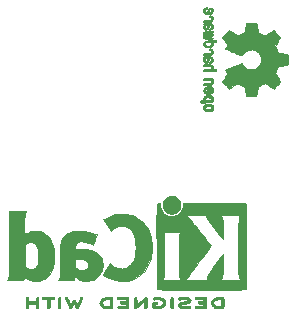
<source format=gbr>
%TF.GenerationSoftware,KiCad,Pcbnew,8.0.2*%
%TF.CreationDate,2024-05-23T10:32:31+02:00*%
%TF.ProjectId,tiny-vga,74696e79-2d76-4676-912e-6b696361645f,v1.0*%
%TF.SameCoordinates,Original*%
%TF.FileFunction,Legend,Bot*%
%TF.FilePolarity,Positive*%
%FSLAX46Y46*%
G04 Gerber Fmt 4.6, Leading zero omitted, Abs format (unit mm)*
G04 Created by KiCad (PCBNEW 8.0.2) date 2024-05-23 10:32:31*
%MOMM*%
%LPD*%
G01*
G04 APERTURE LIST*
%ADD10C,0.010000*%
%ADD11R,1.700000X1.700000*%
%ADD12O,1.700000X1.700000*%
%ADD13C,4.000000*%
%ADD14R,1.600000X1.600000*%
%ADD15C,1.600000*%
G04 APERTURE END LIST*
D10*
%TO.C,REF\u002A\u002A*%
X139707002Y-88814242D02*
X139741247Y-88835142D01*
X139776729Y-88863873D01*
X139776729Y-89725871D01*
X139741247Y-89754602D01*
X139699495Y-89777867D01*
X139651832Y-89778980D01*
X139609976Y-89751696D01*
X139604815Y-89745486D01*
X139597538Y-89732881D01*
X139591937Y-89714666D01*
X139587794Y-89687347D01*
X139584892Y-89647433D01*
X139583014Y-89591430D01*
X139581941Y-89515847D01*
X139581457Y-89417190D01*
X139581344Y-89291966D01*
X139581344Y-88863873D01*
X139616826Y-88835142D01*
X139648396Y-88815477D01*
X139679037Y-88806410D01*
X139707002Y-88814242D01*
G36*
X139707002Y-88814242D02*
G01*
X139741247Y-88835142D01*
X139776729Y-88863873D01*
X139776729Y-89725871D01*
X139741247Y-89754602D01*
X139699495Y-89777867D01*
X139651832Y-89778980D01*
X139609976Y-89751696D01*
X139604815Y-89745486D01*
X139597538Y-89732881D01*
X139591937Y-89714666D01*
X139587794Y-89687347D01*
X139584892Y-89647433D01*
X139583014Y-89591430D01*
X139581941Y-89515847D01*
X139581457Y-89417190D01*
X139581344Y-89291966D01*
X139581344Y-88863873D01*
X139616826Y-88835142D01*
X139648396Y-88815477D01*
X139679037Y-88806410D01*
X139707002Y-88814242D01*
G37*
X149200579Y-88812264D02*
X149246051Y-88843301D01*
X149282942Y-88880192D01*
X149282942Y-89296978D01*
X149282887Y-89408852D01*
X149282543Y-89507668D01*
X149281650Y-89583226D01*
X149279949Y-89639104D01*
X149277181Y-89678882D01*
X149273088Y-89706136D01*
X149267409Y-89724447D01*
X149259888Y-89737391D01*
X149250263Y-89748548D01*
X149208374Y-89777125D01*
X149161556Y-89779476D01*
X149117617Y-89753274D01*
X149110551Y-89745461D01*
X149103296Y-89733367D01*
X149097750Y-89715605D01*
X149093683Y-89688690D01*
X149090869Y-89649138D01*
X149089077Y-89593465D01*
X149088081Y-89518185D01*
X149087650Y-89419816D01*
X149087557Y-89294872D01*
X149087610Y-89194140D01*
X149087949Y-89090414D01*
X149088807Y-89010519D01*
X149090410Y-88950971D01*
X149092988Y-88908284D01*
X149096769Y-88878975D01*
X149101982Y-88859559D01*
X149108855Y-88846552D01*
X149117617Y-88836470D01*
X149156470Y-88811145D01*
X149200579Y-88812264D01*
G36*
X149200579Y-88812264D02*
G01*
X149246051Y-88843301D01*
X149282942Y-88880192D01*
X149282942Y-89296978D01*
X149282887Y-89408852D01*
X149282543Y-89507668D01*
X149281650Y-89583226D01*
X149279949Y-89639104D01*
X149277181Y-89678882D01*
X149273088Y-89706136D01*
X149267409Y-89724447D01*
X149259888Y-89737391D01*
X149250263Y-89748548D01*
X149208374Y-89777125D01*
X149161556Y-89779476D01*
X149117617Y-89753274D01*
X149110551Y-89745461D01*
X149103296Y-89733367D01*
X149097750Y-89715605D01*
X149093683Y-89688690D01*
X149090869Y-89649138D01*
X149089077Y-89593465D01*
X149088081Y-89518185D01*
X149087650Y-89419816D01*
X149087557Y-89294872D01*
X149087610Y-89194140D01*
X149087949Y-89090414D01*
X149088807Y-89010519D01*
X149090410Y-88950971D01*
X149092988Y-88908284D01*
X149096769Y-88878975D01*
X149101982Y-88859559D01*
X149108855Y-88846552D01*
X149117617Y-88836470D01*
X149156470Y-88811145D01*
X149200579Y-88812264D01*
G37*
X149286337Y-80270839D02*
X149425779Y-80305005D01*
X149557955Y-80366325D01*
X149678699Y-80454810D01*
X149783846Y-80570470D01*
X149869230Y-80713313D01*
X149892121Y-80763633D01*
X149910666Y-80814636D01*
X149921072Y-80865624D01*
X149925633Y-80928691D01*
X149926643Y-81015929D01*
X149926032Y-81088539D01*
X149922350Y-81155270D01*
X149913322Y-81207334D01*
X149896694Y-81256686D01*
X149870212Y-81315286D01*
X149862552Y-81330902D01*
X149772006Y-81473893D01*
X149658125Y-81591543D01*
X149524141Y-81681089D01*
X149373286Y-81739772D01*
X149295881Y-81756147D01*
X149138849Y-81763810D01*
X148986753Y-81739016D01*
X148844054Y-81684306D01*
X148715212Y-81602223D01*
X148604686Y-81495309D01*
X148516936Y-81366107D01*
X148456423Y-81217158D01*
X148434283Y-81095265D01*
X148432288Y-80960751D01*
X148450295Y-80829908D01*
X148487446Y-80716572D01*
X148530372Y-80635543D01*
X148625933Y-80506987D01*
X148739221Y-80405527D01*
X148866071Y-80331172D01*
X149002318Y-80283933D01*
X149143795Y-80263818D01*
X149286337Y-80270839D01*
G36*
X149286337Y-80270839D02*
G01*
X149425779Y-80305005D01*
X149557955Y-80366325D01*
X149678699Y-80454810D01*
X149783846Y-80570470D01*
X149869230Y-80713313D01*
X149892121Y-80763633D01*
X149910666Y-80814636D01*
X149921072Y-80865624D01*
X149925633Y-80928691D01*
X149926643Y-81015929D01*
X149926032Y-81088539D01*
X149922350Y-81155270D01*
X149913322Y-81207334D01*
X149896694Y-81256686D01*
X149870212Y-81315286D01*
X149862552Y-81330902D01*
X149772006Y-81473893D01*
X149658125Y-81591543D01*
X149524141Y-81681089D01*
X149373286Y-81739772D01*
X149295881Y-81756147D01*
X149138849Y-81763810D01*
X148986753Y-81739016D01*
X148844054Y-81684306D01*
X148715212Y-81602223D01*
X148604686Y-81495309D01*
X148516936Y-81366107D01*
X148456423Y-81217158D01*
X148434283Y-81095265D01*
X148432288Y-80960751D01*
X148450295Y-80829908D01*
X148487446Y-80716572D01*
X148530372Y-80635543D01*
X148625933Y-80506987D01*
X148739221Y-80405527D01*
X148866071Y-80331172D01*
X149002318Y-80283933D01*
X149143795Y-80263818D01*
X149286337Y-80270839D01*
G37*
X138775531Y-88806412D02*
X138900843Y-88806532D01*
X139000048Y-88806984D01*
X139076478Y-88807972D01*
X139133459Y-88809697D01*
X139174323Y-88812361D01*
X139202397Y-88816169D01*
X139221012Y-88821321D01*
X139233496Y-88828020D01*
X139243179Y-88836470D01*
X139268216Y-88880029D01*
X139270142Y-88930057D01*
X139248364Y-88974310D01*
X139246553Y-88976245D01*
X139231638Y-88987376D01*
X139208868Y-88994771D01*
X139172696Y-88999157D01*
X139117573Y-89001256D01*
X139037950Y-89001795D01*
X138852409Y-89001795D01*
X138852409Y-89352963D01*
X138852309Y-89453918D01*
X138851766Y-89542674D01*
X138850458Y-89608955D01*
X138848067Y-89656773D01*
X138844271Y-89690146D01*
X138838752Y-89713086D01*
X138831188Y-89729610D01*
X138821259Y-89743733D01*
X138818210Y-89747469D01*
X138776700Y-89777614D01*
X138730929Y-89779696D01*
X138687084Y-89753274D01*
X138677793Y-89742523D01*
X138670508Y-89728412D01*
X138665156Y-89707319D01*
X138661440Y-89675398D01*
X138659064Y-89628802D01*
X138657734Y-89563685D01*
X138657153Y-89476201D01*
X138657025Y-89362505D01*
X138657025Y-89001795D01*
X138462731Y-89001795D01*
X138447953Y-89001794D01*
X138372708Y-89001494D01*
X138320992Y-88999977D01*
X138287185Y-88996250D01*
X138265668Y-88989318D01*
X138250821Y-88978186D01*
X138237024Y-88961860D01*
X138215926Y-88921003D01*
X138220056Y-88876029D01*
X138254197Y-88832712D01*
X138260775Y-88827763D01*
X138274369Y-88821325D01*
X138294906Y-88816314D01*
X138325689Y-88812557D01*
X138370020Y-88809876D01*
X138431201Y-88808096D01*
X138512535Y-88807043D01*
X138617323Y-88806539D01*
X138748867Y-88806410D01*
X138775531Y-88806412D01*
G36*
X138775531Y-88806412D02*
G01*
X138900843Y-88806532D01*
X139000048Y-88806984D01*
X139076478Y-88807972D01*
X139133459Y-88809697D01*
X139174323Y-88812361D01*
X139202397Y-88816169D01*
X139221012Y-88821321D01*
X139233496Y-88828020D01*
X139243179Y-88836470D01*
X139268216Y-88880029D01*
X139270142Y-88930057D01*
X139248364Y-88974310D01*
X139246553Y-88976245D01*
X139231638Y-88987376D01*
X139208868Y-88994771D01*
X139172696Y-88999157D01*
X139117573Y-89001256D01*
X139037950Y-89001795D01*
X138852409Y-89001795D01*
X138852409Y-89352963D01*
X138852309Y-89453918D01*
X138851766Y-89542674D01*
X138850458Y-89608955D01*
X138848067Y-89656773D01*
X138844271Y-89690146D01*
X138838752Y-89713086D01*
X138831188Y-89729610D01*
X138821259Y-89743733D01*
X138818210Y-89747469D01*
X138776700Y-89777614D01*
X138730929Y-89779696D01*
X138687084Y-89753274D01*
X138677793Y-89742523D01*
X138670508Y-89728412D01*
X138665156Y-89707319D01*
X138661440Y-89675398D01*
X138659064Y-89628802D01*
X138657734Y-89563685D01*
X138657153Y-89476201D01*
X138657025Y-89362505D01*
X138657025Y-89001795D01*
X138462731Y-89001795D01*
X138447953Y-89001794D01*
X138372708Y-89001494D01*
X138320992Y-88999977D01*
X138287185Y-88996250D01*
X138265668Y-88989318D01*
X138250821Y-88978186D01*
X138237024Y-88961860D01*
X138215926Y-88921003D01*
X138220056Y-88876029D01*
X138254197Y-88832712D01*
X138260775Y-88827763D01*
X138274369Y-88821325D01*
X138294906Y-88816314D01*
X138325689Y-88812557D01*
X138370020Y-88809876D01*
X138431201Y-88808096D01*
X138512535Y-88807043D01*
X138617323Y-88806539D01*
X138748867Y-88806410D01*
X138775531Y-88806412D01*
G37*
X137875486Y-88836470D02*
X137882985Y-88844711D01*
X137889762Y-88855636D01*
X137895202Y-88871315D01*
X137899434Y-88894559D01*
X137902584Y-88928181D01*
X137904782Y-88974992D01*
X137906155Y-89037803D01*
X137906832Y-89119427D01*
X137906940Y-89222674D01*
X137906608Y-89350357D01*
X137905964Y-89505286D01*
X137905872Y-89524158D01*
X137905092Y-89606386D01*
X137903331Y-89664544D01*
X137899942Y-89703660D01*
X137894277Y-89728761D01*
X137885688Y-89744876D01*
X137873527Y-89757032D01*
X137828983Y-89780220D01*
X137782454Y-89776357D01*
X137741311Y-89743733D01*
X137729316Y-89726155D01*
X137719396Y-89701477D01*
X137713581Y-89666824D01*
X137710845Y-89615505D01*
X137710161Y-89540833D01*
X137710161Y-89377535D01*
X137048859Y-89377535D01*
X137048859Y-89557038D01*
X137048762Y-89604688D01*
X137047747Y-89666370D01*
X137044849Y-89707022D01*
X137039128Y-89732358D01*
X137029644Y-89748092D01*
X137015456Y-89759937D01*
X136972518Y-89780000D01*
X136925539Y-89776449D01*
X136884625Y-89743733D01*
X136878426Y-89735405D01*
X136870524Y-89721394D01*
X136864491Y-89702848D01*
X136860077Y-89676123D01*
X136857029Y-89637570D01*
X136855097Y-89583544D01*
X136854028Y-89510398D01*
X136853571Y-89414486D01*
X136853475Y-89292162D01*
X136853475Y-88880192D01*
X136890365Y-88843301D01*
X136932141Y-88813688D01*
X136976381Y-88810107D01*
X137018800Y-88836470D01*
X137029831Y-88849478D01*
X137039699Y-88870636D01*
X137045474Y-88902545D01*
X137048184Y-88951636D01*
X137048859Y-89024339D01*
X137048859Y-89182150D01*
X137710161Y-89182150D01*
X137710161Y-89028360D01*
X137710744Y-88959533D01*
X137713359Y-88913568D01*
X137719371Y-88883511D01*
X137730147Y-88862407D01*
X137747052Y-88843301D01*
X137788828Y-88813688D01*
X137833067Y-88810107D01*
X137875486Y-88836470D01*
G36*
X137875486Y-88836470D02*
G01*
X137882985Y-88844711D01*
X137889762Y-88855636D01*
X137895202Y-88871315D01*
X137899434Y-88894559D01*
X137902584Y-88928181D01*
X137904782Y-88974992D01*
X137906155Y-89037803D01*
X137906832Y-89119427D01*
X137906940Y-89222674D01*
X137906608Y-89350357D01*
X137905964Y-89505286D01*
X137905872Y-89524158D01*
X137905092Y-89606386D01*
X137903331Y-89664544D01*
X137899942Y-89703660D01*
X137894277Y-89728761D01*
X137885688Y-89744876D01*
X137873527Y-89757032D01*
X137828983Y-89780220D01*
X137782454Y-89776357D01*
X137741311Y-89743733D01*
X137729316Y-89726155D01*
X137719396Y-89701477D01*
X137713581Y-89666824D01*
X137710845Y-89615505D01*
X137710161Y-89540833D01*
X137710161Y-89377535D01*
X137048859Y-89377535D01*
X137048859Y-89557038D01*
X137048762Y-89604688D01*
X137047747Y-89666370D01*
X137044849Y-89707022D01*
X137039128Y-89732358D01*
X137029644Y-89748092D01*
X137015456Y-89759937D01*
X136972518Y-89780000D01*
X136925539Y-89776449D01*
X136884625Y-89743733D01*
X136878426Y-89735405D01*
X136870524Y-89721394D01*
X136864491Y-89702848D01*
X136860077Y-89676123D01*
X136857029Y-89637570D01*
X136855097Y-89583544D01*
X136854028Y-89510398D01*
X136853571Y-89414486D01*
X136853475Y-89292162D01*
X136853475Y-88880192D01*
X136890365Y-88843301D01*
X136932141Y-88813688D01*
X136976381Y-88810107D01*
X137018800Y-88836470D01*
X137029831Y-88849478D01*
X137039699Y-88870636D01*
X137045474Y-88902545D01*
X137048184Y-88951636D01*
X137048859Y-89024339D01*
X137048859Y-89182150D01*
X137710161Y-89182150D01*
X137710161Y-89028360D01*
X137710744Y-88959533D01*
X137713359Y-88913568D01*
X137719371Y-88883511D01*
X137730147Y-88862407D01*
X137747052Y-88843301D01*
X137788828Y-88813688D01*
X137833067Y-88810107D01*
X137875486Y-88836470D01*
G37*
X144140071Y-89620311D02*
X144137449Y-89663950D01*
X144133550Y-89694466D01*
X144128122Y-89715504D01*
X144120914Y-89730711D01*
X144111674Y-89743733D01*
X144080524Y-89783334D01*
X143859928Y-89782543D01*
X143813602Y-89782146D01*
X143682485Y-89777579D01*
X143574696Y-89767351D01*
X143485369Y-89750632D01*
X143409637Y-89726595D01*
X143342634Y-89694409D01*
X143338162Y-89691857D01*
X143261194Y-89642972D01*
X143204805Y-89593757D01*
X143161115Y-89535862D01*
X143122239Y-89460937D01*
X143116539Y-89448135D01*
X143086480Y-89364012D01*
X143078845Y-89303362D01*
X143277544Y-89303362D01*
X143285017Y-89336284D01*
X143292640Y-89357424D01*
X143336482Y-89437183D01*
X143399506Y-89498097D01*
X143484401Y-89542212D01*
X143593851Y-89571575D01*
X143597570Y-89572243D01*
X143659193Y-89580181D01*
X143734277Y-89585810D01*
X143807418Y-89587949D01*
X143932409Y-89587949D01*
X143932409Y-89001795D01*
X143815930Y-89002392D01*
X143726836Y-89005688D01*
X143603821Y-89020668D01*
X143498224Y-89046682D01*
X143415713Y-89082594D01*
X143374521Y-89110191D01*
X143337083Y-89149820D01*
X143306010Y-89206307D01*
X143296521Y-89227564D01*
X143280779Y-89270836D01*
X143277544Y-89303362D01*
X143078845Y-89303362D01*
X143077199Y-89290284D01*
X143088651Y-89217024D01*
X143120792Y-89134304D01*
X143121851Y-89132050D01*
X143175707Y-89039624D01*
X143243186Y-88964271D01*
X143326697Y-88904935D01*
X143428647Y-88860563D01*
X143551445Y-88830101D01*
X143697499Y-88812493D01*
X143869217Y-88806687D01*
X143873972Y-88806681D01*
X143953881Y-88806867D01*
X144009706Y-88808247D01*
X144047135Y-88811701D01*
X144071857Y-88818108D01*
X144089560Y-88828348D01*
X144105933Y-88843301D01*
X144142824Y-88880192D01*
X144142824Y-89292162D01*
X144142790Y-89374181D01*
X144142490Y-89479072D01*
X144141668Y-89559900D01*
X144140926Y-89587949D01*
X144140071Y-89620311D01*
G36*
X144140071Y-89620311D02*
G01*
X144137449Y-89663950D01*
X144133550Y-89694466D01*
X144128122Y-89715504D01*
X144120914Y-89730711D01*
X144111674Y-89743733D01*
X144080524Y-89783334D01*
X143859928Y-89782543D01*
X143813602Y-89782146D01*
X143682485Y-89777579D01*
X143574696Y-89767351D01*
X143485369Y-89750632D01*
X143409637Y-89726595D01*
X143342634Y-89694409D01*
X143338162Y-89691857D01*
X143261194Y-89642972D01*
X143204805Y-89593757D01*
X143161115Y-89535862D01*
X143122239Y-89460937D01*
X143116539Y-89448135D01*
X143086480Y-89364012D01*
X143078845Y-89303362D01*
X143277544Y-89303362D01*
X143285017Y-89336284D01*
X143292640Y-89357424D01*
X143336482Y-89437183D01*
X143399506Y-89498097D01*
X143484401Y-89542212D01*
X143593851Y-89571575D01*
X143597570Y-89572243D01*
X143659193Y-89580181D01*
X143734277Y-89585810D01*
X143807418Y-89587949D01*
X143932409Y-89587949D01*
X143932409Y-89001795D01*
X143815930Y-89002392D01*
X143726836Y-89005688D01*
X143603821Y-89020668D01*
X143498224Y-89046682D01*
X143415713Y-89082594D01*
X143374521Y-89110191D01*
X143337083Y-89149820D01*
X143306010Y-89206307D01*
X143296521Y-89227564D01*
X143280779Y-89270836D01*
X143277544Y-89303362D01*
X143078845Y-89303362D01*
X143077199Y-89290284D01*
X143088651Y-89217024D01*
X143120792Y-89134304D01*
X143121851Y-89132050D01*
X143175707Y-89039624D01*
X143243186Y-88964271D01*
X143326697Y-88904935D01*
X143428647Y-88860563D01*
X143551445Y-88830101D01*
X143697499Y-88812493D01*
X143869217Y-88806687D01*
X143873972Y-88806681D01*
X143953881Y-88806867D01*
X144009706Y-88808247D01*
X144047135Y-88811701D01*
X144071857Y-88818108D01*
X144089560Y-88828348D01*
X144105933Y-88843301D01*
X144142824Y-88880192D01*
X144142824Y-89292162D01*
X144142790Y-89374181D01*
X144142490Y-89479072D01*
X144141668Y-89559900D01*
X144140926Y-89587949D01*
X144140071Y-89620311D01*
G37*
X153581662Y-89053192D02*
X153581734Y-89160519D01*
X153581403Y-89294872D01*
X153581351Y-89395605D01*
X153581011Y-89499330D01*
X153580154Y-89579225D01*
X153578551Y-89638773D01*
X153575973Y-89681460D01*
X153572192Y-89710769D01*
X153566979Y-89730185D01*
X153560106Y-89743192D01*
X153551344Y-89753274D01*
X153542068Y-89761574D01*
X153524763Y-89771293D01*
X153499270Y-89777622D01*
X153460123Y-89781266D01*
X153401855Y-89782935D01*
X153319000Y-89783334D01*
X153253834Y-89782834D01*
X153111566Y-89776938D01*
X152992771Y-89763508D01*
X152893188Y-89741423D01*
X152808552Y-89709563D01*
X152734600Y-89666808D01*
X152667067Y-89612038D01*
X152659095Y-89604246D01*
X152610011Y-89539663D01*
X152568607Y-89458705D01*
X152540005Y-89373174D01*
X152532974Y-89321593D01*
X152728974Y-89321593D01*
X152753314Y-89389406D01*
X152792816Y-89450538D01*
X152854986Y-89507000D01*
X152936717Y-89546678D01*
X153042090Y-89572155D01*
X153044074Y-89572472D01*
X153109272Y-89580183D01*
X153187415Y-89585696D01*
X153262025Y-89587835D01*
X153386019Y-89587949D01*
X153386019Y-89001795D01*
X153284569Y-89001776D01*
X153280538Y-89001788D01*
X153212479Y-89004404D01*
X153132461Y-89010694D01*
X153056961Y-89019386D01*
X152990449Y-89031763D01*
X152890927Y-89066735D01*
X152814362Y-89119056D01*
X152759109Y-89189665D01*
X152730861Y-89257919D01*
X152728974Y-89321593D01*
X152532974Y-89321593D01*
X152529332Y-89294872D01*
X152531035Y-89266625D01*
X152547427Y-89190184D01*
X152577421Y-89110421D01*
X152616337Y-89038462D01*
X152659495Y-88985433D01*
X152685512Y-88962769D01*
X152758353Y-88910597D01*
X152838638Y-88870483D01*
X152930763Y-88841246D01*
X153039125Y-88821699D01*
X153168119Y-88810660D01*
X153322143Y-88806944D01*
X153374708Y-88806409D01*
X153435566Y-88805859D01*
X153483229Y-88808261D01*
X153519297Y-88816625D01*
X153545368Y-88833960D01*
X153563041Y-88863275D01*
X153573915Y-88907579D01*
X153579590Y-88969881D01*
X153580384Y-89001795D01*
X153581662Y-89053192D01*
G36*
X153581662Y-89053192D02*
G01*
X153581734Y-89160519D01*
X153581403Y-89294872D01*
X153581351Y-89395605D01*
X153581011Y-89499330D01*
X153580154Y-89579225D01*
X153578551Y-89638773D01*
X153575973Y-89681460D01*
X153572192Y-89710769D01*
X153566979Y-89730185D01*
X153560106Y-89743192D01*
X153551344Y-89753274D01*
X153542068Y-89761574D01*
X153524763Y-89771293D01*
X153499270Y-89777622D01*
X153460123Y-89781266D01*
X153401855Y-89782935D01*
X153319000Y-89783334D01*
X153253834Y-89782834D01*
X153111566Y-89776938D01*
X152992771Y-89763508D01*
X152893188Y-89741423D01*
X152808552Y-89709563D01*
X152734600Y-89666808D01*
X152667067Y-89612038D01*
X152659095Y-89604246D01*
X152610011Y-89539663D01*
X152568607Y-89458705D01*
X152540005Y-89373174D01*
X152532974Y-89321593D01*
X152728974Y-89321593D01*
X152753314Y-89389406D01*
X152792816Y-89450538D01*
X152854986Y-89507000D01*
X152936717Y-89546678D01*
X153042090Y-89572155D01*
X153044074Y-89572472D01*
X153109272Y-89580183D01*
X153187415Y-89585696D01*
X153262025Y-89587835D01*
X153386019Y-89587949D01*
X153386019Y-89001795D01*
X153284569Y-89001776D01*
X153280538Y-89001788D01*
X153212479Y-89004404D01*
X153132461Y-89010694D01*
X153056961Y-89019386D01*
X152990449Y-89031763D01*
X152890927Y-89066735D01*
X152814362Y-89119056D01*
X152759109Y-89189665D01*
X152730861Y-89257919D01*
X152728974Y-89321593D01*
X152532974Y-89321593D01*
X152529332Y-89294872D01*
X152531035Y-89266625D01*
X152547427Y-89190184D01*
X152577421Y-89110421D01*
X152616337Y-89038462D01*
X152659495Y-88985433D01*
X152685512Y-88962769D01*
X152758353Y-88910597D01*
X152838638Y-88870483D01*
X152930763Y-88841246D01*
X153039125Y-88821699D01*
X153168119Y-88810660D01*
X153322143Y-88806944D01*
X153374708Y-88806409D01*
X153435566Y-88805859D01*
X153483229Y-88808261D01*
X153519297Y-88816625D01*
X153545368Y-88833960D01*
X153563041Y-88863275D01*
X153573915Y-88907579D01*
X153579590Y-88969881D01*
X153580384Y-89001795D01*
X153581662Y-89053192D01*
G37*
X146998184Y-88804846D02*
X147013372Y-88813017D01*
X147027416Y-88827212D01*
X147042443Y-88846011D01*
X147048371Y-88853948D01*
X147056357Y-88867920D01*
X147062454Y-88886327D01*
X147066916Y-88912827D01*
X147069997Y-88951083D01*
X147071951Y-89004755D01*
X147073033Y-89077503D01*
X147073495Y-89172988D01*
X147073593Y-89294872D01*
X147073562Y-89372797D01*
X147073272Y-89478091D01*
X147072461Y-89559227D01*
X147070875Y-89619866D01*
X147068262Y-89663669D01*
X147064366Y-89694296D01*
X147058933Y-89715409D01*
X147051710Y-89730667D01*
X147042443Y-89743733D01*
X147001931Y-89776209D01*
X146955410Y-89780042D01*
X146906175Y-89754626D01*
X146900605Y-89750000D01*
X146889720Y-89738646D01*
X146881651Y-89723268D01*
X146875816Y-89699526D01*
X146871633Y-89663084D01*
X146868521Y-89609604D01*
X146865897Y-89534747D01*
X146863179Y-89434177D01*
X146855664Y-89142435D01*
X146502469Y-89462814D01*
X146404169Y-89551718D01*
X146317391Y-89629091D01*
X146247902Y-89688946D01*
X146193217Y-89732777D01*
X146150854Y-89762077D01*
X146118332Y-89778340D01*
X146093166Y-89783060D01*
X146072875Y-89777731D01*
X146054976Y-89763846D01*
X146036987Y-89742899D01*
X146028672Y-89731605D01*
X146021174Y-89717523D01*
X146015568Y-89698673D01*
X146011638Y-89671443D01*
X146009168Y-89632221D01*
X146007944Y-89577394D01*
X146007751Y-89503348D01*
X146008373Y-89406471D01*
X146009594Y-89283150D01*
X146014007Y-88863835D01*
X146049489Y-88835123D01*
X146084191Y-88813566D01*
X146127937Y-88809877D01*
X146173910Y-88835110D01*
X146179651Y-88839882D01*
X146190478Y-88851238D01*
X146198505Y-88866671D01*
X146204310Y-88890510D01*
X146208474Y-88927084D01*
X146211576Y-88980722D01*
X146214193Y-89055754D01*
X146216906Y-89156508D01*
X146224421Y-89449207D01*
X146464895Y-89231138D01*
X146580374Y-89126448D01*
X146681253Y-89035392D01*
X146763979Y-88961702D01*
X146830678Y-88903960D01*
X146883476Y-88860749D01*
X146924499Y-88830649D01*
X146955874Y-88812244D01*
X146979727Y-88804116D01*
X146998184Y-88804846D01*
G36*
X146998184Y-88804846D02*
G01*
X147013372Y-88813017D01*
X147027416Y-88827212D01*
X147042443Y-88846011D01*
X147048371Y-88853948D01*
X147056357Y-88867920D01*
X147062454Y-88886327D01*
X147066916Y-88912827D01*
X147069997Y-88951083D01*
X147071951Y-89004755D01*
X147073033Y-89077503D01*
X147073495Y-89172988D01*
X147073593Y-89294872D01*
X147073562Y-89372797D01*
X147073272Y-89478091D01*
X147072461Y-89559227D01*
X147070875Y-89619866D01*
X147068262Y-89663669D01*
X147064366Y-89694296D01*
X147058933Y-89715409D01*
X147051710Y-89730667D01*
X147042443Y-89743733D01*
X147001931Y-89776209D01*
X146955410Y-89780042D01*
X146906175Y-89754626D01*
X146900605Y-89750000D01*
X146889720Y-89738646D01*
X146881651Y-89723268D01*
X146875816Y-89699526D01*
X146871633Y-89663084D01*
X146868521Y-89609604D01*
X146865897Y-89534747D01*
X146863179Y-89434177D01*
X146855664Y-89142435D01*
X146502469Y-89462814D01*
X146404169Y-89551718D01*
X146317391Y-89629091D01*
X146247902Y-89688946D01*
X146193217Y-89732777D01*
X146150854Y-89762077D01*
X146118332Y-89778340D01*
X146093166Y-89783060D01*
X146072875Y-89777731D01*
X146054976Y-89763846D01*
X146036987Y-89742899D01*
X146028672Y-89731605D01*
X146021174Y-89717523D01*
X146015568Y-89698673D01*
X146011638Y-89671443D01*
X146009168Y-89632221D01*
X146007944Y-89577394D01*
X146007751Y-89503348D01*
X146008373Y-89406471D01*
X146009594Y-89283150D01*
X146014007Y-88863835D01*
X146049489Y-88835123D01*
X146084191Y-88813566D01*
X146127937Y-88809877D01*
X146173910Y-88835110D01*
X146179651Y-88839882D01*
X146190478Y-88851238D01*
X146198505Y-88866671D01*
X146204310Y-88890510D01*
X146208474Y-88927084D01*
X146211576Y-88980722D01*
X146214193Y-89055754D01*
X146216906Y-89156508D01*
X146224421Y-89449207D01*
X146464895Y-89231138D01*
X146580374Y-89126448D01*
X146681253Y-89035392D01*
X146763979Y-88961702D01*
X146830678Y-88903960D01*
X146883476Y-88860749D01*
X146924499Y-88830649D01*
X146955874Y-88812244D01*
X146979727Y-88804116D01*
X146998184Y-88804846D01*
G37*
X148059621Y-88813217D02*
X148200754Y-88834938D01*
X148325652Y-88872285D01*
X148430557Y-88924083D01*
X148511709Y-88989162D01*
X148546418Y-89032913D01*
X148585703Y-89098414D01*
X148619349Y-89170119D01*
X148642847Y-89238241D01*
X148651688Y-89292993D01*
X148649611Y-89319241D01*
X148632381Y-89387583D01*
X148601543Y-89462840D01*
X148561746Y-89534622D01*
X148517640Y-89592542D01*
X148504065Y-89606319D01*
X148414750Y-89675250D01*
X148308074Y-89728362D01*
X148193297Y-89760849D01*
X148120120Y-89771649D01*
X147995700Y-89780442D01*
X147876170Y-89777663D01*
X147766346Y-89764023D01*
X147671044Y-89740232D01*
X147595079Y-89706998D01*
X147543267Y-89665033D01*
X147541436Y-89662403D01*
X147532000Y-89628818D01*
X147526356Y-89565910D01*
X147524480Y-89473428D01*
X147525625Y-89390574D01*
X147531909Y-89327491D01*
X147547472Y-89284750D01*
X147576455Y-89258719D01*
X147622998Y-89245764D01*
X147691241Y-89242253D01*
X147785324Y-89244554D01*
X147850055Y-89248564D01*
X147916884Y-89259471D01*
X147960145Y-89278181D01*
X147983389Y-89306453D01*
X147990167Y-89346048D01*
X147990026Y-89352094D01*
X147978440Y-89398417D01*
X147946475Y-89429594D01*
X147891536Y-89447168D01*
X147811031Y-89452683D01*
X147719865Y-89452683D01*
X147719865Y-89503743D01*
X147719932Y-89515906D01*
X147722888Y-89538873D01*
X147735226Y-89552578D01*
X147763692Y-89561814D01*
X147815031Y-89571376D01*
X147822319Y-89572620D01*
X147951395Y-89585805D01*
X148071206Y-89581918D01*
X148178924Y-89562307D01*
X148271718Y-89528317D01*
X148346760Y-89481293D01*
X148401220Y-89422581D01*
X148432270Y-89353527D01*
X148437079Y-89275478D01*
X148429732Y-89237008D01*
X148394207Y-89162599D01*
X148332713Y-89101810D01*
X148246199Y-89055431D01*
X148135614Y-89024252D01*
X148102763Y-89018329D01*
X147983834Y-89004351D01*
X147877582Y-89005987D01*
X147773613Y-89023209D01*
X147726824Y-89032248D01*
X147666330Y-89033603D01*
X147624639Y-89016919D01*
X147597807Y-88981256D01*
X147589308Y-88943649D01*
X147601938Y-88902078D01*
X147614358Y-88884204D01*
X147659936Y-88852875D01*
X147729995Y-88829082D01*
X147821216Y-88813776D01*
X147930279Y-88807909D01*
X148059621Y-88813217D01*
G36*
X148059621Y-88813217D02*
G01*
X148200754Y-88834938D01*
X148325652Y-88872285D01*
X148430557Y-88924083D01*
X148511709Y-88989162D01*
X148546418Y-89032913D01*
X148585703Y-89098414D01*
X148619349Y-89170119D01*
X148642847Y-89238241D01*
X148651688Y-89292993D01*
X148649611Y-89319241D01*
X148632381Y-89387583D01*
X148601543Y-89462840D01*
X148561746Y-89534622D01*
X148517640Y-89592542D01*
X148504065Y-89606319D01*
X148414750Y-89675250D01*
X148308074Y-89728362D01*
X148193297Y-89760849D01*
X148120120Y-89771649D01*
X147995700Y-89780442D01*
X147876170Y-89777663D01*
X147766346Y-89764023D01*
X147671044Y-89740232D01*
X147595079Y-89706998D01*
X147543267Y-89665033D01*
X147541436Y-89662403D01*
X147532000Y-89628818D01*
X147526356Y-89565910D01*
X147524480Y-89473428D01*
X147525625Y-89390574D01*
X147531909Y-89327491D01*
X147547472Y-89284750D01*
X147576455Y-89258719D01*
X147622998Y-89245764D01*
X147691241Y-89242253D01*
X147785324Y-89244554D01*
X147850055Y-89248564D01*
X147916884Y-89259471D01*
X147960145Y-89278181D01*
X147983389Y-89306453D01*
X147990167Y-89346048D01*
X147990026Y-89352094D01*
X147978440Y-89398417D01*
X147946475Y-89429594D01*
X147891536Y-89447168D01*
X147811031Y-89452683D01*
X147719865Y-89452683D01*
X147719865Y-89503743D01*
X147719932Y-89515906D01*
X147722888Y-89538873D01*
X147735226Y-89552578D01*
X147763692Y-89561814D01*
X147815031Y-89571376D01*
X147822319Y-89572620D01*
X147951395Y-89585805D01*
X148071206Y-89581918D01*
X148178924Y-89562307D01*
X148271718Y-89528317D01*
X148346760Y-89481293D01*
X148401220Y-89422581D01*
X148432270Y-89353527D01*
X148437079Y-89275478D01*
X148429732Y-89237008D01*
X148394207Y-89162599D01*
X148332713Y-89101810D01*
X148246199Y-89055431D01*
X148135614Y-89024252D01*
X148102763Y-89018329D01*
X147983834Y-89004351D01*
X147877582Y-89005987D01*
X147773613Y-89023209D01*
X147726824Y-89032248D01*
X147666330Y-89033603D01*
X147624639Y-89016919D01*
X147597807Y-88981256D01*
X147589308Y-88943649D01*
X147601938Y-88902078D01*
X147614358Y-88884204D01*
X147659936Y-88852875D01*
X147729995Y-88829082D01*
X147821216Y-88813776D01*
X147930279Y-88807909D01*
X148059621Y-88813217D01*
G37*
X145464336Y-88846011D02*
X145470925Y-88854910D01*
X145478706Y-88868984D01*
X145484645Y-88887739D01*
X145488991Y-88914799D01*
X145491990Y-88953790D01*
X145493892Y-89008339D01*
X145494943Y-89082069D01*
X145495392Y-89178608D01*
X145495486Y-89301580D01*
X145495448Y-89389339D01*
X145495139Y-89493607D01*
X145494313Y-89573845D01*
X145492725Y-89633621D01*
X145490132Y-89676502D01*
X145486291Y-89706056D01*
X145480958Y-89725852D01*
X145473890Y-89739457D01*
X145464842Y-89750440D01*
X145458831Y-89756641D01*
X145447874Y-89765277D01*
X145432750Y-89771816D01*
X145409760Y-89776550D01*
X145375204Y-89779769D01*
X145325386Y-89781766D01*
X145256604Y-89782831D01*
X145165161Y-89783256D01*
X145047357Y-89783334D01*
X145021163Y-89783325D01*
X144905302Y-89782970D01*
X144815232Y-89781951D01*
X144747393Y-89780068D01*
X144698224Y-89777123D01*
X144664162Y-89772919D01*
X144641646Y-89767256D01*
X144627115Y-89759937D01*
X144613145Y-89746642D01*
X144595490Y-89705214D01*
X144597064Y-89657434D01*
X144618585Y-89615434D01*
X144621500Y-89612404D01*
X144633066Y-89604059D01*
X144650829Y-89597847D01*
X144678765Y-89593458D01*
X144720851Y-89590584D01*
X144781065Y-89588914D01*
X144863382Y-89588139D01*
X144971780Y-89587949D01*
X145300102Y-89587949D01*
X145300102Y-89377535D01*
X145083838Y-89377535D01*
X145036350Y-89377428D01*
X144962100Y-89376366D01*
X144909993Y-89373697D01*
X144874774Y-89368849D01*
X144851185Y-89361249D01*
X144833971Y-89350325D01*
X144829121Y-89346086D01*
X144804614Y-89304847D01*
X144803770Y-89256471D01*
X144827120Y-89211711D01*
X144827203Y-89211620D01*
X144840078Y-89200135D01*
X144857777Y-89192073D01*
X144885346Y-89186839D01*
X144927831Y-89183837D01*
X144990279Y-89182473D01*
X145077737Y-89182150D01*
X145301602Y-89182150D01*
X145297094Y-89095730D01*
X145292587Y-89009310D01*
X144970295Y-89005245D01*
X144936989Y-89004809D01*
X144828324Y-89002839D01*
X144745354Y-88999665D01*
X144684626Y-88994345D01*
X144642685Y-88985940D01*
X144616078Y-88973506D01*
X144601349Y-88956103D01*
X144595045Y-88932790D01*
X144593711Y-88902626D01*
X144593719Y-88899476D01*
X144595255Y-88872808D01*
X144601643Y-88851782D01*
X144616032Y-88835731D01*
X144641573Y-88823984D01*
X144681419Y-88815874D01*
X144738718Y-88810730D01*
X144816623Y-88807884D01*
X144918284Y-88806667D01*
X145046852Y-88806410D01*
X145433186Y-88806410D01*
X145464336Y-88846011D01*
G36*
X145464336Y-88846011D02*
G01*
X145470925Y-88854910D01*
X145478706Y-88868984D01*
X145484645Y-88887739D01*
X145488991Y-88914799D01*
X145491990Y-88953790D01*
X145493892Y-89008339D01*
X145494943Y-89082069D01*
X145495392Y-89178608D01*
X145495486Y-89301580D01*
X145495448Y-89389339D01*
X145495139Y-89493607D01*
X145494313Y-89573845D01*
X145492725Y-89633621D01*
X145490132Y-89676502D01*
X145486291Y-89706056D01*
X145480958Y-89725852D01*
X145473890Y-89739457D01*
X145464842Y-89750440D01*
X145458831Y-89756641D01*
X145447874Y-89765277D01*
X145432750Y-89771816D01*
X145409760Y-89776550D01*
X145375204Y-89779769D01*
X145325386Y-89781766D01*
X145256604Y-89782831D01*
X145165161Y-89783256D01*
X145047357Y-89783334D01*
X145021163Y-89783325D01*
X144905302Y-89782970D01*
X144815232Y-89781951D01*
X144747393Y-89780068D01*
X144698224Y-89777123D01*
X144664162Y-89772919D01*
X144641646Y-89767256D01*
X144627115Y-89759937D01*
X144613145Y-89746642D01*
X144595490Y-89705214D01*
X144597064Y-89657434D01*
X144618585Y-89615434D01*
X144621500Y-89612404D01*
X144633066Y-89604059D01*
X144650829Y-89597847D01*
X144678765Y-89593458D01*
X144720851Y-89590584D01*
X144781065Y-89588914D01*
X144863382Y-89588139D01*
X144971780Y-89587949D01*
X145300102Y-89587949D01*
X145300102Y-89377535D01*
X145083838Y-89377535D01*
X145036350Y-89377428D01*
X144962100Y-89376366D01*
X144909993Y-89373697D01*
X144874774Y-89368849D01*
X144851185Y-89361249D01*
X144833971Y-89350325D01*
X144829121Y-89346086D01*
X144804614Y-89304847D01*
X144803770Y-89256471D01*
X144827120Y-89211711D01*
X144827203Y-89211620D01*
X144840078Y-89200135D01*
X144857777Y-89192073D01*
X144885346Y-89186839D01*
X144927831Y-89183837D01*
X144990279Y-89182473D01*
X145077737Y-89182150D01*
X145301602Y-89182150D01*
X145297094Y-89095730D01*
X145292587Y-89009310D01*
X144970295Y-89005245D01*
X144936989Y-89004809D01*
X144828324Y-89002839D01*
X144745354Y-88999665D01*
X144684626Y-88994345D01*
X144642685Y-88985940D01*
X144616078Y-88973506D01*
X144601349Y-88956103D01*
X144595045Y-88932790D01*
X144593711Y-88902626D01*
X144593719Y-88899476D01*
X144595255Y-88872808D01*
X144601643Y-88851782D01*
X144616032Y-88835731D01*
X144641573Y-88823984D01*
X144681419Y-88815874D01*
X144738718Y-88810730D01*
X144816623Y-88807884D01*
X144918284Y-88806667D01*
X145046852Y-88806410D01*
X145433186Y-88806410D01*
X145464336Y-88846011D01*
G37*
X151691020Y-88806432D02*
X151793663Y-88806688D01*
X151872142Y-88807466D01*
X151930172Y-88809052D01*
X151971469Y-88811732D01*
X151999750Y-88815790D01*
X152018732Y-88821512D01*
X152032129Y-88829183D01*
X152043660Y-88839090D01*
X152046036Y-88841327D01*
X152055680Y-88851364D01*
X152063191Y-88863370D01*
X152068837Y-88880857D01*
X152072883Y-88907334D01*
X152075596Y-88946315D01*
X152077242Y-89001310D01*
X152078088Y-89075830D01*
X152078400Y-89173387D01*
X152078445Y-89297492D01*
X152078396Y-89394401D01*
X152078065Y-89498481D01*
X152077218Y-89578648D01*
X152075624Y-89638398D01*
X152073053Y-89681228D01*
X152069275Y-89710634D01*
X152064058Y-89730112D01*
X152057171Y-89743160D01*
X152048386Y-89753274D01*
X152043947Y-89757504D01*
X152032601Y-89765640D01*
X152016622Y-89771863D01*
X151992377Y-89776430D01*
X151956235Y-89779595D01*
X151904563Y-89781613D01*
X151833728Y-89782739D01*
X151740098Y-89783227D01*
X151620043Y-89783334D01*
X151563981Y-89783318D01*
X151455945Y-89783075D01*
X151372745Y-89782339D01*
X151310749Y-89780854D01*
X151266325Y-89778365D01*
X151235840Y-89774618D01*
X151215662Y-89769357D01*
X151202159Y-89762327D01*
X151191699Y-89753274D01*
X151172093Y-89724518D01*
X151161640Y-89685641D01*
X151168961Y-89653813D01*
X151191699Y-89618008D01*
X151198328Y-89611873D01*
X151211342Y-89603503D01*
X151230135Y-89597345D01*
X151258753Y-89593063D01*
X151301243Y-89590320D01*
X151361651Y-89588778D01*
X151444024Y-89588100D01*
X151552409Y-89587949D01*
X151883060Y-89587949D01*
X151883060Y-89377535D01*
X151668475Y-89377535D01*
X151620789Y-89377341D01*
X151533420Y-89375048D01*
X151470525Y-89369143D01*
X151428274Y-89358353D01*
X151402837Y-89341404D01*
X151390384Y-89317021D01*
X151387084Y-89283931D01*
X151388146Y-89256963D01*
X151395138Y-89227905D01*
X151412171Y-89207467D01*
X151443245Y-89194159D01*
X151492357Y-89186496D01*
X151563508Y-89182989D01*
X151660696Y-89182150D01*
X151884560Y-89182150D01*
X151875546Y-89009310D01*
X151545745Y-89005251D01*
X151462414Y-89004081D01*
X151371268Y-89002158D01*
X151303496Y-88999588D01*
X151255230Y-88996059D01*
X151222602Y-88991261D01*
X151201746Y-88984885D01*
X151188793Y-88976620D01*
X151180784Y-88968095D01*
X151163465Y-88925916D01*
X151168205Y-88878404D01*
X151194533Y-88837055D01*
X151198863Y-88833163D01*
X151210818Y-88824707D01*
X151226932Y-88818247D01*
X151250905Y-88813515D01*
X151286437Y-88810244D01*
X151337227Y-88808165D01*
X151406976Y-88807012D01*
X151499384Y-88806516D01*
X151618150Y-88806410D01*
X151691020Y-88806432D01*
G36*
X151691020Y-88806432D02*
G01*
X151793663Y-88806688D01*
X151872142Y-88807466D01*
X151930172Y-88809052D01*
X151971469Y-88811732D01*
X151999750Y-88815790D01*
X152018732Y-88821512D01*
X152032129Y-88829183D01*
X152043660Y-88839090D01*
X152046036Y-88841327D01*
X152055680Y-88851364D01*
X152063191Y-88863370D01*
X152068837Y-88880857D01*
X152072883Y-88907334D01*
X152075596Y-88946315D01*
X152077242Y-89001310D01*
X152078088Y-89075830D01*
X152078400Y-89173387D01*
X152078445Y-89297492D01*
X152078396Y-89394401D01*
X152078065Y-89498481D01*
X152077218Y-89578648D01*
X152075624Y-89638398D01*
X152073053Y-89681228D01*
X152069275Y-89710634D01*
X152064058Y-89730112D01*
X152057171Y-89743160D01*
X152048386Y-89753274D01*
X152043947Y-89757504D01*
X152032601Y-89765640D01*
X152016622Y-89771863D01*
X151992377Y-89776430D01*
X151956235Y-89779595D01*
X151904563Y-89781613D01*
X151833728Y-89782739D01*
X151740098Y-89783227D01*
X151620043Y-89783334D01*
X151563981Y-89783318D01*
X151455945Y-89783075D01*
X151372745Y-89782339D01*
X151310749Y-89780854D01*
X151266325Y-89778365D01*
X151235840Y-89774618D01*
X151215662Y-89769357D01*
X151202159Y-89762327D01*
X151191699Y-89753274D01*
X151172093Y-89724518D01*
X151161640Y-89685641D01*
X151168961Y-89653813D01*
X151191699Y-89618008D01*
X151198328Y-89611873D01*
X151211342Y-89603503D01*
X151230135Y-89597345D01*
X151258753Y-89593063D01*
X151301243Y-89590320D01*
X151361651Y-89588778D01*
X151444024Y-89588100D01*
X151552409Y-89587949D01*
X151883060Y-89587949D01*
X151883060Y-89377535D01*
X151668475Y-89377535D01*
X151620789Y-89377341D01*
X151533420Y-89375048D01*
X151470525Y-89369143D01*
X151428274Y-89358353D01*
X151402837Y-89341404D01*
X151390384Y-89317021D01*
X151387084Y-89283931D01*
X151388146Y-89256963D01*
X151395138Y-89227905D01*
X151412171Y-89207467D01*
X151443245Y-89194159D01*
X151492357Y-89186496D01*
X151563508Y-89182989D01*
X151660696Y-89182150D01*
X151884560Y-89182150D01*
X151875546Y-89009310D01*
X151545745Y-89005251D01*
X151462414Y-89004081D01*
X151371268Y-89002158D01*
X151303496Y-88999588D01*
X151255230Y-88996059D01*
X151222602Y-88991261D01*
X151201746Y-88984885D01*
X151188793Y-88976620D01*
X151180784Y-88968095D01*
X151163465Y-88925916D01*
X151168205Y-88878404D01*
X151194533Y-88837055D01*
X151198863Y-88833163D01*
X151210818Y-88824707D01*
X151226932Y-88818247D01*
X151250905Y-88813515D01*
X151286437Y-88810244D01*
X151337227Y-88808165D01*
X151406976Y-88807012D01*
X151499384Y-88806516D01*
X151618150Y-88806410D01*
X151691020Y-88806432D01*
G37*
X140285208Y-88818940D02*
X140309119Y-88843585D01*
X140336546Y-88884966D01*
X140369607Y-88945790D01*
X140410420Y-89028763D01*
X140461104Y-89136594D01*
X140480587Y-89178376D01*
X140520193Y-89262496D01*
X140554935Y-89335196D01*
X140582886Y-89392507D01*
X140602120Y-89430455D01*
X140610711Y-89445069D01*
X140612520Y-89444296D01*
X140625823Y-89425727D01*
X140648844Y-89386401D01*
X140678928Y-89330994D01*
X140713422Y-89264180D01*
X140734687Y-89222258D01*
X140773230Y-89148562D01*
X140803170Y-89096617D01*
X140827422Y-89062697D01*
X140848898Y-89043079D01*
X140870512Y-89034040D01*
X140895177Y-89031854D01*
X140909160Y-89032487D01*
X140930616Y-89038088D01*
X140951005Y-89052552D01*
X140973103Y-89079542D01*
X140999689Y-89122725D01*
X141033540Y-89185765D01*
X141077434Y-89272328D01*
X141090392Y-89297963D01*
X141122954Y-89360096D01*
X141149895Y-89408241D01*
X141168710Y-89438049D01*
X141176897Y-89445168D01*
X141178717Y-89440813D01*
X141191198Y-89412975D01*
X141213646Y-89363796D01*
X141244156Y-89297426D01*
X141280823Y-89218014D01*
X141321742Y-89129707D01*
X141357309Y-89053525D01*
X141396749Y-88970995D01*
X141427465Y-88910100D01*
X141451401Y-88867442D01*
X141470502Y-88839625D01*
X141486713Y-88823253D01*
X141501978Y-88814931D01*
X141514506Y-88811080D01*
X141547930Y-88810882D01*
X141584067Y-88831308D01*
X141585798Y-88832620D01*
X141615200Y-88862756D01*
X141629909Y-88892345D01*
X141629971Y-88893197D01*
X141623926Y-88916711D01*
X141606799Y-88962731D01*
X141580493Y-89027096D01*
X141546910Y-89105645D01*
X141507952Y-89194221D01*
X141465522Y-89288661D01*
X141421522Y-89384807D01*
X141377854Y-89478499D01*
X141336420Y-89565576D01*
X141299123Y-89641880D01*
X141267864Y-89703249D01*
X141244546Y-89745525D01*
X141231071Y-89764547D01*
X141185262Y-89782345D01*
X141129748Y-89773876D01*
X141122606Y-89767622D01*
X141101532Y-89738131D01*
X141071973Y-89689190D01*
X141036803Y-89625661D01*
X140998894Y-89552407D01*
X140892686Y-89340397D01*
X140795248Y-89535563D01*
X140782340Y-89561246D01*
X140746421Y-89630940D01*
X140714431Y-89690571D01*
X140689449Y-89734486D01*
X140674556Y-89757032D01*
X140673030Y-89758687D01*
X140635591Y-89779039D01*
X140588911Y-89781280D01*
X140547584Y-89764547D01*
X140544354Y-89760754D01*
X140528031Y-89733294D01*
X140501754Y-89683300D01*
X140467266Y-89614298D01*
X140426310Y-89529814D01*
X140380630Y-89433373D01*
X140331969Y-89328503D01*
X140305022Y-89269759D01*
X140256064Y-89162281D01*
X140218178Y-89077502D01*
X140190187Y-89012353D01*
X140170912Y-88963764D01*
X140159178Y-88928667D01*
X140153805Y-88903992D01*
X140153616Y-88886672D01*
X140157434Y-88873636D01*
X140176948Y-88845834D01*
X140212366Y-88818806D01*
X140213372Y-88818350D01*
X140239453Y-88809030D01*
X140262692Y-88808324D01*
X140285208Y-88818940D01*
G36*
X140285208Y-88818940D02*
G01*
X140309119Y-88843585D01*
X140336546Y-88884966D01*
X140369607Y-88945790D01*
X140410420Y-89028763D01*
X140461104Y-89136594D01*
X140480587Y-89178376D01*
X140520193Y-89262496D01*
X140554935Y-89335196D01*
X140582886Y-89392507D01*
X140602120Y-89430455D01*
X140610711Y-89445069D01*
X140612520Y-89444296D01*
X140625823Y-89425727D01*
X140648844Y-89386401D01*
X140678928Y-89330994D01*
X140713422Y-89264180D01*
X140734687Y-89222258D01*
X140773230Y-89148562D01*
X140803170Y-89096617D01*
X140827422Y-89062697D01*
X140848898Y-89043079D01*
X140870512Y-89034040D01*
X140895177Y-89031854D01*
X140909160Y-89032487D01*
X140930616Y-89038088D01*
X140951005Y-89052552D01*
X140973103Y-89079542D01*
X140999689Y-89122725D01*
X141033540Y-89185765D01*
X141077434Y-89272328D01*
X141090392Y-89297963D01*
X141122954Y-89360096D01*
X141149895Y-89408241D01*
X141168710Y-89438049D01*
X141176897Y-89445168D01*
X141178717Y-89440813D01*
X141191198Y-89412975D01*
X141213646Y-89363796D01*
X141244156Y-89297426D01*
X141280823Y-89218014D01*
X141321742Y-89129707D01*
X141357309Y-89053525D01*
X141396749Y-88970995D01*
X141427465Y-88910100D01*
X141451401Y-88867442D01*
X141470502Y-88839625D01*
X141486713Y-88823253D01*
X141501978Y-88814931D01*
X141514506Y-88811080D01*
X141547930Y-88810882D01*
X141584067Y-88831308D01*
X141585798Y-88832620D01*
X141615200Y-88862756D01*
X141629909Y-88892345D01*
X141629971Y-88893197D01*
X141623926Y-88916711D01*
X141606799Y-88962731D01*
X141580493Y-89027096D01*
X141546910Y-89105645D01*
X141507952Y-89194221D01*
X141465522Y-89288661D01*
X141421522Y-89384807D01*
X141377854Y-89478499D01*
X141336420Y-89565576D01*
X141299123Y-89641880D01*
X141267864Y-89703249D01*
X141244546Y-89745525D01*
X141231071Y-89764547D01*
X141185262Y-89782345D01*
X141129748Y-89773876D01*
X141122606Y-89767622D01*
X141101532Y-89738131D01*
X141071973Y-89689190D01*
X141036803Y-89625661D01*
X140998894Y-89552407D01*
X140892686Y-89340397D01*
X140795248Y-89535563D01*
X140782340Y-89561246D01*
X140746421Y-89630940D01*
X140714431Y-89690571D01*
X140689449Y-89734486D01*
X140674556Y-89757032D01*
X140673030Y-89758687D01*
X140635591Y-89779039D01*
X140588911Y-89781280D01*
X140547584Y-89764547D01*
X140544354Y-89760754D01*
X140528031Y-89733294D01*
X140501754Y-89683300D01*
X140467266Y-89614298D01*
X140426310Y-89529814D01*
X140380630Y-89433373D01*
X140331969Y-89328503D01*
X140305022Y-89269759D01*
X140256064Y-89162281D01*
X140218178Y-89077502D01*
X140190187Y-89012353D01*
X140170912Y-88963764D01*
X140159178Y-88928667D01*
X140153805Y-88903992D01*
X140153616Y-88886672D01*
X140157434Y-88873636D01*
X140176948Y-88845834D01*
X140212366Y-88818806D01*
X140213372Y-88818350D01*
X140239453Y-88809030D01*
X140262692Y-88808324D01*
X140285208Y-88818940D01*
G37*
X150338515Y-88807568D02*
X150426713Y-88814797D01*
X150500338Y-88827576D01*
X150568081Y-88847361D01*
X150663024Y-88891472D01*
X150731132Y-88948298D01*
X150772169Y-89017615D01*
X150785901Y-89099199D01*
X150784653Y-89140802D01*
X150776941Y-89173816D01*
X150757227Y-89202666D01*
X150719986Y-89239080D01*
X150709364Y-89248837D01*
X150677798Y-89276666D01*
X150647984Y-89299260D01*
X150615986Y-89317837D01*
X150577872Y-89333615D01*
X150529708Y-89347812D01*
X150467560Y-89361647D01*
X150387494Y-89376338D01*
X150285576Y-89393103D01*
X150157874Y-89413161D01*
X150133425Y-89417200D01*
X150050442Y-89435334D01*
X149990241Y-89456281D01*
X149955247Y-89479009D01*
X149947886Y-89502487D01*
X149951375Y-89508172D01*
X149975250Y-89528229D01*
X150012695Y-89550375D01*
X150029736Y-89558351D01*
X150058092Y-89567927D01*
X150093221Y-89574287D01*
X150140943Y-89578040D01*
X150207076Y-89579794D01*
X150297439Y-89580158D01*
X150321117Y-89580061D01*
X150411145Y-89578582D01*
X150497602Y-89575619D01*
X150571659Y-89571537D01*
X150624489Y-89566698D01*
X150671767Y-89561282D01*
X150710712Y-89560240D01*
X150735876Y-89566363D01*
X150755998Y-89580576D01*
X150760866Y-89585359D01*
X150782623Y-89627662D01*
X150780865Y-89675130D01*
X150755627Y-89715895D01*
X150728506Y-89731346D01*
X150680599Y-89748248D01*
X150624118Y-89761628D01*
X150619524Y-89762425D01*
X150562716Y-89769370D01*
X150486313Y-89775193D01*
X150399752Y-89779304D01*
X150312469Y-89781113D01*
X150290857Y-89781169D01*
X150159968Y-89777870D01*
X150053390Y-89767211D01*
X149966612Y-89747864D01*
X149895124Y-89718502D01*
X149834413Y-89677798D01*
X149779969Y-89624424D01*
X149753181Y-89589507D01*
X149737702Y-89550169D01*
X149733830Y-89497292D01*
X149734017Y-89481357D01*
X149739173Y-89437846D01*
X149755662Y-89402531D01*
X149789165Y-89361460D01*
X149817406Y-89331984D01*
X149852549Y-89301967D01*
X149892113Y-89277513D01*
X149940347Y-89257202D01*
X150001500Y-89239612D01*
X150079819Y-89223323D01*
X150179554Y-89206913D01*
X150304954Y-89188962D01*
X150365280Y-89179630D01*
X150455752Y-89160246D01*
X150521169Y-89138280D01*
X150560534Y-89114451D01*
X150572850Y-89089482D01*
X150557118Y-89064093D01*
X150512342Y-89039005D01*
X150508287Y-89037389D01*
X150446566Y-89021309D01*
X150363156Y-89010391D01*
X150265389Y-89004852D01*
X150160598Y-89004909D01*
X150056115Y-89010778D01*
X149959273Y-89022675D01*
X149954045Y-89023539D01*
X149889053Y-89033800D01*
X149846114Y-89038608D01*
X149818159Y-89037813D01*
X149798117Y-89031261D01*
X149778918Y-89018801D01*
X149777361Y-89017642D01*
X149744720Y-88977204D01*
X149738338Y-88929939D01*
X149759383Y-88883899D01*
X149765435Y-88877966D01*
X149804862Y-88857810D01*
X149867412Y-88840338D01*
X149947698Y-88825959D01*
X150040337Y-88815084D01*
X150139942Y-88808121D01*
X150241130Y-88805479D01*
X150338515Y-88807568D01*
G36*
X150338515Y-88807568D02*
G01*
X150426713Y-88814797D01*
X150500338Y-88827576D01*
X150568081Y-88847361D01*
X150663024Y-88891472D01*
X150731132Y-88948298D01*
X150772169Y-89017615D01*
X150785901Y-89099199D01*
X150784653Y-89140802D01*
X150776941Y-89173816D01*
X150757227Y-89202666D01*
X150719986Y-89239080D01*
X150709364Y-89248837D01*
X150677798Y-89276666D01*
X150647984Y-89299260D01*
X150615986Y-89317837D01*
X150577872Y-89333615D01*
X150529708Y-89347812D01*
X150467560Y-89361647D01*
X150387494Y-89376338D01*
X150285576Y-89393103D01*
X150157874Y-89413161D01*
X150133425Y-89417200D01*
X150050442Y-89435334D01*
X149990241Y-89456281D01*
X149955247Y-89479009D01*
X149947886Y-89502487D01*
X149951375Y-89508172D01*
X149975250Y-89528229D01*
X150012695Y-89550375D01*
X150029736Y-89558351D01*
X150058092Y-89567927D01*
X150093221Y-89574287D01*
X150140943Y-89578040D01*
X150207076Y-89579794D01*
X150297439Y-89580158D01*
X150321117Y-89580061D01*
X150411145Y-89578582D01*
X150497602Y-89575619D01*
X150571659Y-89571537D01*
X150624489Y-89566698D01*
X150671767Y-89561282D01*
X150710712Y-89560240D01*
X150735876Y-89566363D01*
X150755998Y-89580576D01*
X150760866Y-89585359D01*
X150782623Y-89627662D01*
X150780865Y-89675130D01*
X150755627Y-89715895D01*
X150728506Y-89731346D01*
X150680599Y-89748248D01*
X150624118Y-89761628D01*
X150619524Y-89762425D01*
X150562716Y-89769370D01*
X150486313Y-89775193D01*
X150399752Y-89779304D01*
X150312469Y-89781113D01*
X150290857Y-89781169D01*
X150159968Y-89777870D01*
X150053390Y-89767211D01*
X149966612Y-89747864D01*
X149895124Y-89718502D01*
X149834413Y-89677798D01*
X149779969Y-89624424D01*
X149753181Y-89589507D01*
X149737702Y-89550169D01*
X149733830Y-89497292D01*
X149734017Y-89481357D01*
X149739173Y-89437846D01*
X149755662Y-89402531D01*
X149789165Y-89361460D01*
X149817406Y-89331984D01*
X149852549Y-89301967D01*
X149892113Y-89277513D01*
X149940347Y-89257202D01*
X150001500Y-89239612D01*
X150079819Y-89223323D01*
X150179554Y-89206913D01*
X150304954Y-89188962D01*
X150365280Y-89179630D01*
X150455752Y-89160246D01*
X150521169Y-89138280D01*
X150560534Y-89114451D01*
X150572850Y-89089482D01*
X150557118Y-89064093D01*
X150512342Y-89039005D01*
X150508287Y-89037389D01*
X150446566Y-89021309D01*
X150363156Y-89010391D01*
X150265389Y-89004852D01*
X150160598Y-89004909D01*
X150056115Y-89010778D01*
X149959273Y-89022675D01*
X149954045Y-89023539D01*
X149889053Y-89033800D01*
X149846114Y-89038608D01*
X149818159Y-89037813D01*
X149798117Y-89031261D01*
X149778918Y-89018801D01*
X149777361Y-89017642D01*
X149744720Y-88977204D01*
X149738338Y-88929939D01*
X149759383Y-88883899D01*
X149765435Y-88877966D01*
X149804862Y-88857810D01*
X149867412Y-88840338D01*
X149947698Y-88825959D01*
X150040337Y-88815084D01*
X150139942Y-88808121D01*
X150241130Y-88805479D01*
X150338515Y-88807568D01*
G37*
X145173834Y-81766031D02*
X145417638Y-81788413D01*
X145644132Y-81833551D01*
X145861742Y-81903345D01*
X146078891Y-81999696D01*
X146293845Y-82122715D01*
X146524534Y-82290422D01*
X146738459Y-82484323D01*
X146930911Y-82699618D01*
X147097180Y-82931507D01*
X147232553Y-83175190D01*
X147244841Y-83201258D01*
X147347750Y-83452881D01*
X147425946Y-83714345D01*
X147480439Y-83990646D01*
X147512241Y-84286779D01*
X147522360Y-84607739D01*
X147510056Y-84939528D01*
X147471001Y-85266276D01*
X147404590Y-85572149D01*
X147310227Y-85859317D01*
X147187320Y-86129949D01*
X147035273Y-86386214D01*
X146892450Y-86582000D01*
X146695243Y-86802289D01*
X146480296Y-86990974D01*
X146247703Y-87147993D01*
X145997558Y-87273285D01*
X145729957Y-87366786D01*
X145444992Y-87428437D01*
X145441740Y-87428917D01*
X145386862Y-87433732D01*
X145304049Y-87437304D01*
X145200958Y-87439465D01*
X145085246Y-87440050D01*
X144964572Y-87438891D01*
X144879997Y-87437192D01*
X144754512Y-87433258D01*
X144653958Y-87427626D01*
X144571083Y-87419694D01*
X144498634Y-87408863D01*
X144429357Y-87394530D01*
X144351416Y-87376007D01*
X144270099Y-87354914D01*
X144196556Y-87332787D01*
X144124112Y-87307033D01*
X144046093Y-87275060D01*
X143955825Y-87234278D01*
X143846631Y-87182093D01*
X143711839Y-87115915D01*
X143339036Y-86931677D01*
X143637628Y-86441231D01*
X143676719Y-86377041D01*
X143746950Y-86261810D01*
X143809811Y-86158794D01*
X143863004Y-86071748D01*
X143904233Y-86004432D01*
X143931200Y-85960601D01*
X143941607Y-85944015D01*
X143944502Y-85944510D01*
X143967820Y-85960742D01*
X144008786Y-85994429D01*
X144060927Y-86040345D01*
X144153787Y-86119678D01*
X144319562Y-86236990D01*
X144480403Y-86318771D01*
X144596631Y-86359611D01*
X144793222Y-86401348D01*
X144986378Y-86408746D01*
X145173299Y-86382309D01*
X145351183Y-86322540D01*
X145517230Y-86229943D01*
X145668637Y-86105022D01*
X145752886Y-86013014D01*
X145871574Y-85842831D01*
X145968964Y-85645342D01*
X146045519Y-85419536D01*
X146101707Y-85164401D01*
X146104256Y-85148562D01*
X146116033Y-85045903D01*
X146124800Y-84918351D01*
X146130486Y-84774622D01*
X146133021Y-84623431D01*
X146132333Y-84473493D01*
X146128352Y-84333524D01*
X146121006Y-84212241D01*
X146110225Y-84118357D01*
X146068900Y-83905692D01*
X145999365Y-83657270D01*
X145911915Y-83439781D01*
X145806665Y-83253393D01*
X145683732Y-83098273D01*
X145543235Y-82974590D01*
X145385288Y-82882512D01*
X145210010Y-82822209D01*
X145171121Y-82814724D01*
X145073666Y-82804951D01*
X144959773Y-82801761D01*
X144842204Y-82804979D01*
X144733717Y-82814429D01*
X144647072Y-82829936D01*
X144502732Y-82879313D01*
X144335228Y-82969456D01*
X144186080Y-83088084D01*
X144159756Y-83113073D01*
X144112057Y-83157285D01*
X144078345Y-83187042D01*
X144064649Y-83196941D01*
X144061277Y-83192207D01*
X144040523Y-83162313D01*
X144003028Y-83108033D01*
X143951270Y-83032962D01*
X143887728Y-82940694D01*
X143814877Y-82834823D01*
X143735197Y-82718944D01*
X143409286Y-82244817D01*
X143482092Y-82223004D01*
X143489690Y-82220532D01*
X143539145Y-82200898D01*
X143610447Y-82169239D01*
X143695228Y-82129362D01*
X143785120Y-82085076D01*
X143824292Y-82065496D01*
X144041804Y-81964409D01*
X144242283Y-81886238D01*
X144433438Y-81828985D01*
X144622981Y-81790649D01*
X144818622Y-81769231D01*
X145028072Y-81762731D01*
X145173834Y-81766031D01*
G36*
X145173834Y-81766031D02*
G01*
X145417638Y-81788413D01*
X145644132Y-81833551D01*
X145861742Y-81903345D01*
X146078891Y-81999696D01*
X146293845Y-82122715D01*
X146524534Y-82290422D01*
X146738459Y-82484323D01*
X146930911Y-82699618D01*
X147097180Y-82931507D01*
X147232553Y-83175190D01*
X147244841Y-83201258D01*
X147347750Y-83452881D01*
X147425946Y-83714345D01*
X147480439Y-83990646D01*
X147512241Y-84286779D01*
X147522360Y-84607739D01*
X147510056Y-84939528D01*
X147471001Y-85266276D01*
X147404590Y-85572149D01*
X147310227Y-85859317D01*
X147187320Y-86129949D01*
X147035273Y-86386214D01*
X146892450Y-86582000D01*
X146695243Y-86802289D01*
X146480296Y-86990974D01*
X146247703Y-87147993D01*
X145997558Y-87273285D01*
X145729957Y-87366786D01*
X145444992Y-87428437D01*
X145441740Y-87428917D01*
X145386862Y-87433732D01*
X145304049Y-87437304D01*
X145200958Y-87439465D01*
X145085246Y-87440050D01*
X144964572Y-87438891D01*
X144879997Y-87437192D01*
X144754512Y-87433258D01*
X144653958Y-87427626D01*
X144571083Y-87419694D01*
X144498634Y-87408863D01*
X144429357Y-87394530D01*
X144351416Y-87376007D01*
X144270099Y-87354914D01*
X144196556Y-87332787D01*
X144124112Y-87307033D01*
X144046093Y-87275060D01*
X143955825Y-87234278D01*
X143846631Y-87182093D01*
X143711839Y-87115915D01*
X143339036Y-86931677D01*
X143637628Y-86441231D01*
X143676719Y-86377041D01*
X143746950Y-86261810D01*
X143809811Y-86158794D01*
X143863004Y-86071748D01*
X143904233Y-86004432D01*
X143931200Y-85960601D01*
X143941607Y-85944015D01*
X143944502Y-85944510D01*
X143967820Y-85960742D01*
X144008786Y-85994429D01*
X144060927Y-86040345D01*
X144153787Y-86119678D01*
X144319562Y-86236990D01*
X144480403Y-86318771D01*
X144596631Y-86359611D01*
X144793222Y-86401348D01*
X144986378Y-86408746D01*
X145173299Y-86382309D01*
X145351183Y-86322540D01*
X145517230Y-86229943D01*
X145668637Y-86105022D01*
X145752886Y-86013014D01*
X145871574Y-85842831D01*
X145968964Y-85645342D01*
X146045519Y-85419536D01*
X146101707Y-85164401D01*
X146104256Y-85148562D01*
X146116033Y-85045903D01*
X146124800Y-84918351D01*
X146130486Y-84774622D01*
X146133021Y-84623431D01*
X146132333Y-84473493D01*
X146128352Y-84333524D01*
X146121006Y-84212241D01*
X146110225Y-84118357D01*
X146068900Y-83905692D01*
X145999365Y-83657270D01*
X145911915Y-83439781D01*
X145806665Y-83253393D01*
X145683732Y-83098273D01*
X145543235Y-82974590D01*
X145385288Y-82882512D01*
X145210010Y-82822209D01*
X145171121Y-82814724D01*
X145073666Y-82804951D01*
X144959773Y-82801761D01*
X144842204Y-82804979D01*
X144733717Y-82814429D01*
X144647072Y-82829936D01*
X144502732Y-82879313D01*
X144335228Y-82969456D01*
X144186080Y-83088084D01*
X144159756Y-83113073D01*
X144112057Y-83157285D01*
X144078345Y-83187042D01*
X144064649Y-83196941D01*
X144061277Y-83192207D01*
X144040523Y-83162313D01*
X144003028Y-83108033D01*
X143951270Y-83032962D01*
X143887728Y-82940694D01*
X143814877Y-82834823D01*
X143735197Y-82718944D01*
X143409286Y-82244817D01*
X143482092Y-82223004D01*
X143489690Y-82220532D01*
X143539145Y-82200898D01*
X143610447Y-82169239D01*
X143695228Y-82129362D01*
X143785120Y-82085076D01*
X143824292Y-82065496D01*
X144041804Y-81964409D01*
X144242283Y-81886238D01*
X144433438Y-81828985D01*
X144622981Y-81790649D01*
X144818622Y-81769231D01*
X145028072Y-81762731D01*
X145173834Y-81766031D01*
G37*
X139247105Y-85546537D02*
X139243255Y-85714433D01*
X139232247Y-85862502D01*
X139213229Y-85998798D01*
X139185349Y-86131375D01*
X139147754Y-86268286D01*
X139090743Y-86431936D01*
X138986036Y-86652857D01*
X138857598Y-86850734D01*
X138707393Y-87023697D01*
X138537387Y-87169876D01*
X138349545Y-87287401D01*
X138145832Y-87374402D01*
X137928212Y-87429009D01*
X137925593Y-87429447D01*
X137766553Y-87444750D01*
X137591809Y-87442707D01*
X137413820Y-87424579D01*
X137245046Y-87391624D01*
X137097948Y-87345101D01*
X137035161Y-87316791D01*
X136953387Y-87273761D01*
X136869359Y-87224546D01*
X136791845Y-87174563D01*
X136729612Y-87129229D01*
X136691429Y-87093960D01*
X136682663Y-87084277D01*
X136672214Y-87080892D01*
X136665229Y-87097696D01*
X136660082Y-87140045D01*
X136655143Y-87213295D01*
X136646072Y-87365929D01*
X135256360Y-87375433D01*
X135304439Y-87293393D01*
X135307305Y-87288543D01*
X135321285Y-87265772D01*
X135333969Y-87245487D01*
X135345423Y-87225925D01*
X135355715Y-87205324D01*
X135364915Y-87181920D01*
X135373090Y-87153953D01*
X135380309Y-87119660D01*
X135386640Y-87077278D01*
X135392151Y-87025046D01*
X135396910Y-86961200D01*
X135400985Y-86883979D01*
X135404446Y-86791620D01*
X135407359Y-86682361D01*
X135409794Y-86554440D01*
X135411818Y-86406094D01*
X135413501Y-86235562D01*
X135414909Y-86041081D01*
X135416112Y-85820888D01*
X135417177Y-85573221D01*
X135418173Y-85296318D01*
X135419168Y-84988417D01*
X135420231Y-84647756D01*
X135421167Y-84354584D01*
X136736786Y-84354584D01*
X136736786Y-86240556D01*
X136827500Y-86300057D01*
X136862386Y-86321491D01*
X136942265Y-86364311D01*
X137018000Y-86398410D01*
X137051168Y-86409955D01*
X137156705Y-86433004D01*
X137290143Y-86444773D01*
X137357996Y-86447222D01*
X137420980Y-86446666D01*
X137467866Y-86440375D01*
X137509920Y-86426626D01*
X137558409Y-86403692D01*
X137651595Y-86342259D01*
X137732324Y-86255358D01*
X137796945Y-86143369D01*
X137846073Y-86004539D01*
X137880321Y-85837111D01*
X137900306Y-85639329D01*
X137906641Y-85409440D01*
X137906333Y-85357175D01*
X137897225Y-85115015D01*
X137875109Y-84904302D01*
X137839447Y-84722814D01*
X137789701Y-84568327D01*
X137725333Y-84438619D01*
X137645805Y-84331466D01*
X137612812Y-84298763D01*
X137510560Y-84230632D01*
X137390526Y-84189173D01*
X137257910Y-84174622D01*
X137117913Y-84187214D01*
X136975733Y-84227185D01*
X136836572Y-84294771D01*
X136736786Y-84354584D01*
X135421167Y-84354584D01*
X135421429Y-84272572D01*
X135430500Y-81505786D01*
X136151679Y-81501042D01*
X136204124Y-81500723D01*
X136358429Y-81500089D01*
X136499564Y-81499961D01*
X136623677Y-81500311D01*
X136726915Y-81501112D01*
X136805426Y-81502340D01*
X136855357Y-81503967D01*
X136872857Y-81505967D01*
X136870618Y-81512305D01*
X136853917Y-81542356D01*
X136826255Y-81586057D01*
X136823495Y-81590235D01*
X136802048Y-81623977D01*
X136784065Y-81656806D01*
X136769242Y-81692105D01*
X136757274Y-81733255D01*
X136747856Y-81783638D01*
X136740683Y-81846634D01*
X136735450Y-81925627D01*
X136731852Y-82023997D01*
X136729584Y-82145126D01*
X136728342Y-82292396D01*
X136727821Y-82469188D01*
X136727714Y-82678884D01*
X136727905Y-82842603D01*
X136728487Y-83003339D01*
X136729419Y-83149083D01*
X136730659Y-83276286D01*
X136732164Y-83381400D01*
X136733893Y-83460875D01*
X136735802Y-83511163D01*
X136737850Y-83528714D01*
X136744455Y-83525990D01*
X136773490Y-83506807D01*
X136814957Y-83475303D01*
X136875072Y-83432936D01*
X136988021Y-83370511D01*
X137117116Y-83314828D01*
X137250309Y-83271525D01*
X137362215Y-83249444D01*
X137501587Y-83235368D01*
X137652426Y-83230492D01*
X137803093Y-83234820D01*
X137941946Y-83248359D01*
X138057345Y-83271115D01*
X138174847Y-83309447D01*
X138370869Y-83402371D01*
X138552371Y-83525908D01*
X138716004Y-83677212D01*
X138858419Y-83853440D01*
X138976270Y-84051746D01*
X139005528Y-84112556D01*
X139087518Y-84317670D01*
X139151619Y-84540285D01*
X139198642Y-84784325D01*
X139229395Y-85053713D01*
X139244690Y-85352374D01*
X139245400Y-85409440D01*
X139247105Y-85546537D01*
G36*
X139247105Y-85546537D02*
G01*
X139243255Y-85714433D01*
X139232247Y-85862502D01*
X139213229Y-85998798D01*
X139185349Y-86131375D01*
X139147754Y-86268286D01*
X139090743Y-86431936D01*
X138986036Y-86652857D01*
X138857598Y-86850734D01*
X138707393Y-87023697D01*
X138537387Y-87169876D01*
X138349545Y-87287401D01*
X138145832Y-87374402D01*
X137928212Y-87429009D01*
X137925593Y-87429447D01*
X137766553Y-87444750D01*
X137591809Y-87442707D01*
X137413820Y-87424579D01*
X137245046Y-87391624D01*
X137097948Y-87345101D01*
X137035161Y-87316791D01*
X136953387Y-87273761D01*
X136869359Y-87224546D01*
X136791845Y-87174563D01*
X136729612Y-87129229D01*
X136691429Y-87093960D01*
X136682663Y-87084277D01*
X136672214Y-87080892D01*
X136665229Y-87097696D01*
X136660082Y-87140045D01*
X136655143Y-87213295D01*
X136646072Y-87365929D01*
X135256360Y-87375433D01*
X135304439Y-87293393D01*
X135307305Y-87288543D01*
X135321285Y-87265772D01*
X135333969Y-87245487D01*
X135345423Y-87225925D01*
X135355715Y-87205324D01*
X135364915Y-87181920D01*
X135373090Y-87153953D01*
X135380309Y-87119660D01*
X135386640Y-87077278D01*
X135392151Y-87025046D01*
X135396910Y-86961200D01*
X135400985Y-86883979D01*
X135404446Y-86791620D01*
X135407359Y-86682361D01*
X135409794Y-86554440D01*
X135411818Y-86406094D01*
X135413501Y-86235562D01*
X135414909Y-86041081D01*
X135416112Y-85820888D01*
X135417177Y-85573221D01*
X135418173Y-85296318D01*
X135419168Y-84988417D01*
X135420231Y-84647756D01*
X135421167Y-84354584D01*
X136736786Y-84354584D01*
X136736786Y-86240556D01*
X136827500Y-86300057D01*
X136862386Y-86321491D01*
X136942265Y-86364311D01*
X137018000Y-86398410D01*
X137051168Y-86409955D01*
X137156705Y-86433004D01*
X137290143Y-86444773D01*
X137357996Y-86447222D01*
X137420980Y-86446666D01*
X137467866Y-86440375D01*
X137509920Y-86426626D01*
X137558409Y-86403692D01*
X137651595Y-86342259D01*
X137732324Y-86255358D01*
X137796945Y-86143369D01*
X137846073Y-86004539D01*
X137880321Y-85837111D01*
X137900306Y-85639329D01*
X137906641Y-85409440D01*
X137906333Y-85357175D01*
X137897225Y-85115015D01*
X137875109Y-84904302D01*
X137839447Y-84722814D01*
X137789701Y-84568327D01*
X137725333Y-84438619D01*
X137645805Y-84331466D01*
X137612812Y-84298763D01*
X137510560Y-84230632D01*
X137390526Y-84189173D01*
X137257910Y-84174622D01*
X137117913Y-84187214D01*
X136975733Y-84227185D01*
X136836572Y-84294771D01*
X136736786Y-84354584D01*
X135421167Y-84354584D01*
X135421429Y-84272572D01*
X135430500Y-81505786D01*
X136151679Y-81501042D01*
X136204124Y-81500723D01*
X136358429Y-81500089D01*
X136499564Y-81499961D01*
X136623677Y-81500311D01*
X136726915Y-81501112D01*
X136805426Y-81502340D01*
X136855357Y-81503967D01*
X136872857Y-81505967D01*
X136870618Y-81512305D01*
X136853917Y-81542356D01*
X136826255Y-81586057D01*
X136823495Y-81590235D01*
X136802048Y-81623977D01*
X136784065Y-81656806D01*
X136769242Y-81692105D01*
X136757274Y-81733255D01*
X136747856Y-81783638D01*
X136740683Y-81846634D01*
X136735450Y-81925627D01*
X136731852Y-82023997D01*
X136729584Y-82145126D01*
X136728342Y-82292396D01*
X136727821Y-82469188D01*
X136727714Y-82678884D01*
X136727905Y-82842603D01*
X136728487Y-83003339D01*
X136729419Y-83149083D01*
X136730659Y-83276286D01*
X136732164Y-83381400D01*
X136733893Y-83460875D01*
X136735802Y-83511163D01*
X136737850Y-83528714D01*
X136744455Y-83525990D01*
X136773490Y-83506807D01*
X136814957Y-83475303D01*
X136875072Y-83432936D01*
X136988021Y-83370511D01*
X137117116Y-83314828D01*
X137250309Y-83271525D01*
X137362215Y-83249444D01*
X137501587Y-83235368D01*
X137652426Y-83230492D01*
X137803093Y-83234820D01*
X137941946Y-83248359D01*
X138057345Y-83271115D01*
X138174847Y-83309447D01*
X138370869Y-83402371D01*
X138552371Y-83525908D01*
X138716004Y-83677212D01*
X138858419Y-83853440D01*
X138976270Y-84051746D01*
X139005528Y-84112556D01*
X139087518Y-84317670D01*
X139151619Y-84540285D01*
X139198642Y-84784325D01*
X139229395Y-85053713D01*
X139244690Y-85352374D01*
X139245400Y-85409440D01*
X139247105Y-85546537D01*
G37*
X143347990Y-86117437D02*
X143339842Y-86263722D01*
X143322232Y-86399833D01*
X143295659Y-86513214D01*
X143253259Y-86629867D01*
X143154976Y-86822110D01*
X143029350Y-86991247D01*
X142877681Y-87136126D01*
X142701271Y-87255594D01*
X142501420Y-87348499D01*
X142279429Y-87413689D01*
X142188907Y-87428392D01*
X142059552Y-87438611D01*
X141918675Y-87440909D01*
X141778050Y-87435472D01*
X141649449Y-87422485D01*
X141544643Y-87402133D01*
X141491979Y-87386109D01*
X141372369Y-87339219D01*
X141250783Y-87279688D01*
X141139765Y-87213971D01*
X141051859Y-87148524D01*
X141050778Y-87147579D01*
X141002607Y-87106736D01*
X140965545Y-87077653D01*
X140947537Y-87066572D01*
X140945568Y-87069217D01*
X140941113Y-87097794D01*
X140938018Y-87151094D01*
X140936857Y-87220786D01*
X140936857Y-87375000D01*
X140256500Y-87375000D01*
X140238389Y-87374997D01*
X140086490Y-87374731D01*
X139947078Y-87374070D01*
X139824118Y-87373062D01*
X139721579Y-87371758D01*
X139643426Y-87370205D01*
X139593625Y-87368454D01*
X139576143Y-87366553D01*
X139576550Y-87364893D01*
X139587988Y-87340377D01*
X139611962Y-87294317D01*
X139644179Y-87235018D01*
X139712215Y-87111929D01*
X139722190Y-85896689D01*
X141009429Y-85896689D01*
X141009935Y-85992703D01*
X141012387Y-86093587D01*
X141017190Y-86166507D01*
X141024695Y-86216212D01*
X141035250Y-86247449D01*
X141048828Y-86269755D01*
X141099962Y-86330561D01*
X141168475Y-86393863D01*
X141243568Y-86450265D01*
X141314440Y-86490370D01*
X141353761Y-86505085D01*
X141444302Y-86524677D01*
X141562555Y-86534694D01*
X141687232Y-86533177D01*
X141805627Y-86512574D01*
X141904449Y-86470011D01*
X141989948Y-86403571D01*
X142014000Y-86378995D01*
X142076622Y-86295185D01*
X142110504Y-86204850D01*
X142120679Y-86096151D01*
X142117922Y-86038725D01*
X142090661Y-85920507D01*
X142033390Y-85819039D01*
X141945068Y-85733179D01*
X141824651Y-85661784D01*
X141671097Y-85603714D01*
X141609193Y-85588475D01*
X141534251Y-85578041D01*
X141439937Y-85572246D01*
X141317857Y-85570298D01*
X141298026Y-85570299D01*
X141206696Y-85571414D01*
X141128244Y-85574108D01*
X141070471Y-85578029D01*
X141041179Y-85582824D01*
X141037808Y-85584380D01*
X141026910Y-85594154D01*
X141019192Y-85613794D01*
X141014119Y-85648585D01*
X141011157Y-85703809D01*
X141009772Y-85784750D01*
X141009429Y-85896689D01*
X139722190Y-85896689D01*
X139722714Y-85832857D01*
X139724275Y-85646561D01*
X139726458Y-85408965D01*
X139728750Y-85202698D01*
X139731335Y-85024842D01*
X139734400Y-84872481D01*
X139738128Y-84742696D01*
X139742705Y-84632572D01*
X139748316Y-84539190D01*
X139755147Y-84459635D01*
X139763383Y-84390988D01*
X139773208Y-84330333D01*
X139784808Y-84274752D01*
X139798368Y-84221329D01*
X139814073Y-84167146D01*
X139832109Y-84109286D01*
X139903161Y-83927898D01*
X140000464Y-83760258D01*
X140121641Y-83616732D01*
X140267803Y-83496570D01*
X140440057Y-83399020D01*
X140639515Y-83323331D01*
X140867285Y-83268753D01*
X141124477Y-83234535D01*
X141214368Y-83227730D01*
X141365760Y-83222755D01*
X141515814Y-83227235D01*
X141671554Y-83241927D01*
X141840005Y-83267584D01*
X142028193Y-83304962D01*
X142243143Y-83354818D01*
X142292828Y-83366881D01*
X142417601Y-83396565D01*
X142535861Y-83423898D01*
X142640436Y-83447263D01*
X142724154Y-83465047D01*
X142779845Y-83475636D01*
X142908333Y-83496740D01*
X142727695Y-83934549D01*
X142682512Y-84043859D01*
X142638061Y-84150969D01*
X142599923Y-84242418D01*
X142569969Y-84313733D01*
X142550071Y-84360437D01*
X142542103Y-84378058D01*
X142540850Y-84378310D01*
X142517758Y-84370443D01*
X142472353Y-84350283D01*
X142412824Y-84321417D01*
X142289096Y-84265203D01*
X142118837Y-84203740D01*
X141944578Y-84156670D01*
X141773133Y-84125177D01*
X141611317Y-84110443D01*
X141465944Y-84113650D01*
X141343829Y-84135979D01*
X141258601Y-84171409D01*
X141161809Y-84244017D01*
X141087297Y-84342518D01*
X141037199Y-84463883D01*
X141013649Y-84605080D01*
X141005355Y-84735215D01*
X141438285Y-84736400D01*
X141584285Y-84737624D01*
X141745771Y-84741972D01*
X141883725Y-84750178D01*
X142005281Y-84763039D01*
X142117577Y-84781354D01*
X142227747Y-84805919D01*
X142342929Y-84837533D01*
X142515268Y-84897709D01*
X142717975Y-84996806D01*
X142895876Y-85118190D01*
X143047217Y-85260155D01*
X143170243Y-85420993D01*
X143263199Y-85598997D01*
X143324330Y-85792460D01*
X143333904Y-85844565D01*
X143346177Y-85973533D01*
X143347722Y-86096151D01*
X143347990Y-86117437D01*
G36*
X143347990Y-86117437D02*
G01*
X143339842Y-86263722D01*
X143322232Y-86399833D01*
X143295659Y-86513214D01*
X143253259Y-86629867D01*
X143154976Y-86822110D01*
X143029350Y-86991247D01*
X142877681Y-87136126D01*
X142701271Y-87255594D01*
X142501420Y-87348499D01*
X142279429Y-87413689D01*
X142188907Y-87428392D01*
X142059552Y-87438611D01*
X141918675Y-87440909D01*
X141778050Y-87435472D01*
X141649449Y-87422485D01*
X141544643Y-87402133D01*
X141491979Y-87386109D01*
X141372369Y-87339219D01*
X141250783Y-87279688D01*
X141139765Y-87213971D01*
X141051859Y-87148524D01*
X141050778Y-87147579D01*
X141002607Y-87106736D01*
X140965545Y-87077653D01*
X140947537Y-87066572D01*
X140945568Y-87069217D01*
X140941113Y-87097794D01*
X140938018Y-87151094D01*
X140936857Y-87220786D01*
X140936857Y-87375000D01*
X140256500Y-87375000D01*
X140238389Y-87374997D01*
X140086490Y-87374731D01*
X139947078Y-87374070D01*
X139824118Y-87373062D01*
X139721579Y-87371758D01*
X139643426Y-87370205D01*
X139593625Y-87368454D01*
X139576143Y-87366553D01*
X139576550Y-87364893D01*
X139587988Y-87340377D01*
X139611962Y-87294317D01*
X139644179Y-87235018D01*
X139712215Y-87111929D01*
X139722190Y-85896689D01*
X141009429Y-85896689D01*
X141009935Y-85992703D01*
X141012387Y-86093587D01*
X141017190Y-86166507D01*
X141024695Y-86216212D01*
X141035250Y-86247449D01*
X141048828Y-86269755D01*
X141099962Y-86330561D01*
X141168475Y-86393863D01*
X141243568Y-86450265D01*
X141314440Y-86490370D01*
X141353761Y-86505085D01*
X141444302Y-86524677D01*
X141562555Y-86534694D01*
X141687232Y-86533177D01*
X141805627Y-86512574D01*
X141904449Y-86470011D01*
X141989948Y-86403571D01*
X142014000Y-86378995D01*
X142076622Y-86295185D01*
X142110504Y-86204850D01*
X142120679Y-86096151D01*
X142117922Y-86038725D01*
X142090661Y-85920507D01*
X142033390Y-85819039D01*
X141945068Y-85733179D01*
X141824651Y-85661784D01*
X141671097Y-85603714D01*
X141609193Y-85588475D01*
X141534251Y-85578041D01*
X141439937Y-85572246D01*
X141317857Y-85570298D01*
X141298026Y-85570299D01*
X141206696Y-85571414D01*
X141128244Y-85574108D01*
X141070471Y-85578029D01*
X141041179Y-85582824D01*
X141037808Y-85584380D01*
X141026910Y-85594154D01*
X141019192Y-85613794D01*
X141014119Y-85648585D01*
X141011157Y-85703809D01*
X141009772Y-85784750D01*
X141009429Y-85896689D01*
X139722190Y-85896689D01*
X139722714Y-85832857D01*
X139724275Y-85646561D01*
X139726458Y-85408965D01*
X139728750Y-85202698D01*
X139731335Y-85024842D01*
X139734400Y-84872481D01*
X139738128Y-84742696D01*
X139742705Y-84632572D01*
X139748316Y-84539190D01*
X139755147Y-84459635D01*
X139763383Y-84390988D01*
X139773208Y-84330333D01*
X139784808Y-84274752D01*
X139798368Y-84221329D01*
X139814073Y-84167146D01*
X139832109Y-84109286D01*
X139903161Y-83927898D01*
X140000464Y-83760258D01*
X140121641Y-83616732D01*
X140267803Y-83496570D01*
X140440057Y-83399020D01*
X140639515Y-83323331D01*
X140867285Y-83268753D01*
X141124477Y-83234535D01*
X141214368Y-83227730D01*
X141365760Y-83222755D01*
X141515814Y-83227235D01*
X141671554Y-83241927D01*
X141840005Y-83267584D01*
X142028193Y-83304962D01*
X142243143Y-83354818D01*
X142292828Y-83366881D01*
X142417601Y-83396565D01*
X142535861Y-83423898D01*
X142640436Y-83447263D01*
X142724154Y-83465047D01*
X142779845Y-83475636D01*
X142908333Y-83496740D01*
X142727695Y-83934549D01*
X142682512Y-84043859D01*
X142638061Y-84150969D01*
X142599923Y-84242418D01*
X142569969Y-84313733D01*
X142550071Y-84360437D01*
X142542103Y-84378058D01*
X142540850Y-84378310D01*
X142517758Y-84370443D01*
X142472353Y-84350283D01*
X142412824Y-84321417D01*
X142289096Y-84265203D01*
X142118837Y-84203740D01*
X141944578Y-84156670D01*
X141773133Y-84125177D01*
X141611317Y-84110443D01*
X141465944Y-84113650D01*
X141343829Y-84135979D01*
X141258601Y-84171409D01*
X141161809Y-84244017D01*
X141087297Y-84342518D01*
X141037199Y-84463883D01*
X141013649Y-84605080D01*
X141005355Y-84735215D01*
X141438285Y-84736400D01*
X141584285Y-84737624D01*
X141745771Y-84741972D01*
X141883725Y-84750178D01*
X142005281Y-84763039D01*
X142117577Y-84781354D01*
X142227747Y-84805919D01*
X142342929Y-84837533D01*
X142515268Y-84897709D01*
X142717975Y-84996806D01*
X142895876Y-85118190D01*
X143047217Y-85260155D01*
X143170243Y-85420993D01*
X143263199Y-85598997D01*
X143324330Y-85792460D01*
X143333904Y-85844565D01*
X143346177Y-85973533D01*
X143347722Y-86096151D01*
X143347990Y-86117437D01*
G37*
X155519428Y-87410860D02*
X155517560Y-87551553D01*
X155515241Y-87672746D01*
X155512425Y-87775940D01*
X155509064Y-87862635D01*
X155505110Y-87934332D01*
X155500517Y-87992530D01*
X155495238Y-88038730D01*
X155489225Y-88074433D01*
X155482430Y-88101137D01*
X155474808Y-88120345D01*
X155466309Y-88133555D01*
X155456889Y-88142268D01*
X155446498Y-88147985D01*
X155435090Y-88152206D01*
X155422618Y-88156430D01*
X155409034Y-88162159D01*
X155401391Y-88165030D01*
X155387371Y-88168165D01*
X155366538Y-88171037D01*
X155337421Y-88173659D01*
X155298544Y-88176040D01*
X155248434Y-88178194D01*
X155185617Y-88180130D01*
X155108620Y-88181862D01*
X155015969Y-88183400D01*
X154906190Y-88184756D01*
X154777810Y-88185941D01*
X154629354Y-88186968D01*
X154459350Y-88187846D01*
X154266323Y-88188589D01*
X154048800Y-88189207D01*
X153805308Y-88189713D01*
X153534371Y-88190116D01*
X153234517Y-88190430D01*
X152904273Y-88190665D01*
X152542164Y-88190834D01*
X152146716Y-88190947D01*
X151716456Y-88191016D01*
X151580108Y-88191029D01*
X151159186Y-88191038D01*
X150772647Y-88190985D01*
X150419034Y-88190860D01*
X150096890Y-88190652D01*
X149804761Y-88190351D01*
X149541188Y-88189946D01*
X149304716Y-88189426D01*
X149093890Y-88188782D01*
X148907251Y-88188002D01*
X148743345Y-88187076D01*
X148600715Y-88185993D01*
X148477905Y-88184743D01*
X148373458Y-88183315D01*
X148285919Y-88181698D01*
X148213830Y-88179883D01*
X148155736Y-88177858D01*
X148110180Y-88175613D01*
X148075707Y-88173137D01*
X148050859Y-88170420D01*
X148034181Y-88167451D01*
X148024217Y-88164220D01*
X148021046Y-88162782D01*
X148008067Y-88158058D01*
X147996165Y-88154608D01*
X147985292Y-88150930D01*
X147975398Y-88145521D01*
X147966437Y-88136879D01*
X147958359Y-88123502D01*
X147951116Y-88103886D01*
X147944661Y-88076531D01*
X147938945Y-88039933D01*
X147933919Y-87992590D01*
X147929536Y-87933000D01*
X147925747Y-87859659D01*
X147922504Y-87771067D01*
X147919759Y-87665720D01*
X147917463Y-87542117D01*
X147915568Y-87398754D01*
X147914946Y-87332367D01*
X148393373Y-87332367D01*
X148393898Y-87338725D01*
X148403521Y-87343877D01*
X148425264Y-87347950D01*
X148462148Y-87351070D01*
X148517193Y-87353365D01*
X148593419Y-87354959D01*
X148693848Y-87355979D01*
X148821501Y-87356551D01*
X148979398Y-87356802D01*
X149170559Y-87356857D01*
X149971314Y-87356857D01*
X149903621Y-87234393D01*
X149835929Y-87111929D01*
X149835929Y-83555929D01*
X149903621Y-83433465D01*
X149971314Y-83311000D01*
X148539993Y-83311000D01*
X148534818Y-85193322D01*
X148529643Y-87075643D01*
X148478903Y-87184008D01*
X148452151Y-87237719D01*
X148421860Y-87291524D01*
X148398984Y-87324615D01*
X148398926Y-87324679D01*
X148393373Y-87332367D01*
X147914946Y-87332367D01*
X147914026Y-87234129D01*
X147912789Y-87046740D01*
X147911808Y-86835085D01*
X147911035Y-86597661D01*
X147910422Y-86332966D01*
X147909921Y-86039498D01*
X147909484Y-85715753D01*
X147909061Y-85360230D01*
X147908605Y-84971426D01*
X147908068Y-84547840D01*
X147907999Y-84496560D01*
X147907400Y-84075657D01*
X147906827Y-83689362D01*
X147906323Y-83336172D01*
X147905930Y-83014584D01*
X147905690Y-82723094D01*
X147905646Y-82460200D01*
X147905840Y-82224398D01*
X147906314Y-82014186D01*
X147907112Y-81828060D01*
X147908274Y-81664517D01*
X147909844Y-81522055D01*
X147911864Y-81399170D01*
X147914377Y-81294359D01*
X147917424Y-81206119D01*
X147921049Y-81132947D01*
X147925293Y-81073340D01*
X147930198Y-81025795D01*
X147935808Y-80988808D01*
X147942165Y-80960878D01*
X147949311Y-80940500D01*
X147957288Y-80926171D01*
X147966139Y-80916390D01*
X147975906Y-80909651D01*
X147986632Y-80904454D01*
X147998358Y-80899293D01*
X148011128Y-80892667D01*
X148014865Y-80890556D01*
X148071405Y-80870118D01*
X148133300Y-80861717D01*
X148203072Y-80861720D01*
X148204234Y-81020467D01*
X148204529Y-81038735D01*
X148226706Y-81224427D01*
X148283188Y-81399147D01*
X148373192Y-81561043D01*
X148495932Y-81708265D01*
X148561798Y-81768311D01*
X148708454Y-81867838D01*
X148868470Y-81937242D01*
X149037185Y-81976487D01*
X149209939Y-81985537D01*
X149382072Y-81964353D01*
X149548922Y-81912899D01*
X149686080Y-81841429D01*
X150293127Y-81841429D01*
X150372957Y-81898862D01*
X150440470Y-81952841D01*
X150535603Y-82040886D01*
X150643507Y-82151230D01*
X150760097Y-82279670D01*
X150881285Y-82422000D01*
X150912494Y-82460062D01*
X150965629Y-82525343D01*
X151035083Y-82610988D01*
X151118556Y-82714140D01*
X151213746Y-82831939D01*
X151318354Y-82961528D01*
X151430077Y-83100047D01*
X151546615Y-83244639D01*
X151600067Y-83311000D01*
X151665667Y-83392444D01*
X151784932Y-83540603D01*
X151902109Y-83686260D01*
X152014896Y-83826554D01*
X152120994Y-83958627D01*
X152218101Y-84079621D01*
X152303916Y-84186678D01*
X152376138Y-84276938D01*
X152432466Y-84347543D01*
X152470599Y-84395635D01*
X152488237Y-84418355D01*
X152489692Y-84426893D01*
X152484850Y-84443132D01*
X152472302Y-84468679D01*
X152450797Y-84505347D01*
X152419080Y-84554949D01*
X152375900Y-84619295D01*
X152320005Y-84700198D01*
X152250141Y-84799471D01*
X152165057Y-84918926D01*
X152063499Y-85060374D01*
X151944216Y-85225629D01*
X151805954Y-85416501D01*
X151647462Y-85634804D01*
X151521177Y-85808571D01*
X151367105Y-86020407D01*
X151231580Y-86206440D01*
X151113024Y-86368734D01*
X151009861Y-86509354D01*
X150920515Y-86630365D01*
X150843411Y-86733832D01*
X150776972Y-86821818D01*
X150719623Y-86896390D01*
X150669786Y-86959610D01*
X150625886Y-87013545D01*
X150586347Y-87060258D01*
X150549593Y-87101814D01*
X150514047Y-87140279D01*
X150478135Y-87177715D01*
X150440278Y-87216189D01*
X150300771Y-87356857D01*
X152176357Y-87356933D01*
X152170464Y-87243275D01*
X152170179Y-87237564D01*
X152169060Y-87192127D01*
X152171181Y-87148593D01*
X152177958Y-87104576D01*
X152190812Y-87057693D01*
X152211160Y-87005558D01*
X152240420Y-86945786D01*
X152280012Y-86875994D01*
X152331353Y-86793797D01*
X152395862Y-86696809D01*
X152474957Y-86582647D01*
X152570057Y-86448925D01*
X152682581Y-86293260D01*
X152813946Y-86113265D01*
X152965572Y-85906557D01*
X153500786Y-85177911D01*
X153505501Y-86022755D01*
X153505919Y-86101562D01*
X153506656Y-86313832D01*
X153506321Y-86494381D01*
X153504519Y-86646628D01*
X153500856Y-86773988D01*
X153494936Y-86879878D01*
X153486367Y-86967715D01*
X153474751Y-87040916D01*
X153459697Y-87102898D01*
X153440807Y-87157076D01*
X153417689Y-87206869D01*
X153389947Y-87255693D01*
X153357187Y-87306964D01*
X153324256Y-87356857D01*
X155035704Y-87356857D01*
X154991496Y-87297893D01*
X154984572Y-87288565D01*
X154929221Y-87203070D01*
X154891064Y-87116644D01*
X154866008Y-87017613D01*
X154849959Y-86894304D01*
X154849518Y-86888929D01*
X154847189Y-86838067D01*
X154845087Y-86753206D01*
X154843219Y-86636286D01*
X154841596Y-86489246D01*
X154840227Y-86314026D01*
X154839120Y-86112563D01*
X154838285Y-85886798D01*
X154837732Y-85638669D01*
X154837468Y-85370115D01*
X154837503Y-85083077D01*
X154837847Y-84779492D01*
X154838508Y-84461300D01*
X154839209Y-84175881D01*
X154839958Y-83865196D01*
X154840696Y-83587226D01*
X154841515Y-83340022D01*
X154842507Y-83121637D01*
X154843766Y-82930125D01*
X154845383Y-82763537D01*
X154847452Y-82619925D01*
X154850065Y-82497344D01*
X154853315Y-82393844D01*
X154857293Y-82307479D01*
X154862094Y-82236301D01*
X154867809Y-82178363D01*
X154874532Y-82131717D01*
X154882354Y-82094416D01*
X154891368Y-82064512D01*
X154901667Y-82040058D01*
X154913344Y-82019106D01*
X154926492Y-81999709D01*
X154941202Y-81979920D01*
X154957567Y-81957791D01*
X154973396Y-81935615D01*
X155003991Y-81891769D01*
X155022317Y-81864107D01*
X155022759Y-81862949D01*
X155016360Y-81857718D01*
X154993779Y-81853353D01*
X154952502Y-81849788D01*
X154890017Y-81846954D01*
X154803812Y-81844787D01*
X154691373Y-81843217D01*
X154550188Y-81842179D01*
X154377745Y-81841605D01*
X154171530Y-81841429D01*
X153307060Y-81841429D01*
X153352621Y-81895574D01*
X153379026Y-81932763D01*
X153422978Y-82020446D01*
X153461495Y-82129499D01*
X153490893Y-82250468D01*
X153492766Y-82261952D01*
X153498341Y-82322492D01*
X153502563Y-82416056D01*
X153505443Y-82543292D01*
X153506992Y-82704846D01*
X153507221Y-82901368D01*
X153506143Y-83133504D01*
X153500786Y-83908508D01*
X152947429Y-83208742D01*
X152931579Y-83188698D01*
X152791253Y-83011052D01*
X152671453Y-82858914D01*
X152570270Y-82729698D01*
X152485800Y-82620817D01*
X152416135Y-82529685D01*
X152359368Y-82453714D01*
X152313594Y-82390317D01*
X152276906Y-82336908D01*
X152247396Y-82290901D01*
X152223159Y-82249707D01*
X152202288Y-82210741D01*
X152182877Y-82171415D01*
X152153015Y-82101805D01*
X152133724Y-82028372D01*
X152128592Y-81949165D01*
X152129108Y-81841429D01*
X150293127Y-81841429D01*
X149686080Y-81841429D01*
X149705830Y-81831138D01*
X149848136Y-81719032D01*
X149887695Y-81679510D01*
X150004620Y-81533175D01*
X150087588Y-81374367D01*
X150137043Y-81202063D01*
X150153429Y-81015238D01*
X150153429Y-80861715D01*
X152757830Y-80861714D01*
X152920540Y-80861707D01*
X153270089Y-80861660D01*
X153585856Y-80861626D01*
X153869588Y-80861673D01*
X154123031Y-80861872D01*
X154347931Y-80862291D01*
X154546034Y-80862998D01*
X154719087Y-80864065D01*
X154868835Y-80865558D01*
X154997025Y-80867547D01*
X155105403Y-80870102D01*
X155195715Y-80873291D01*
X155269707Y-80877183D01*
X155329125Y-80881848D01*
X155375716Y-80887354D01*
X155411226Y-80893771D01*
X155437400Y-80901167D01*
X155455986Y-80909611D01*
X155468728Y-80919173D01*
X155477374Y-80929922D01*
X155483670Y-80941926D01*
X155489360Y-80955255D01*
X155496193Y-80969978D01*
X155496316Y-80970218D01*
X155499633Y-80979856D01*
X155502676Y-80995993D01*
X155505456Y-81020121D01*
X155507985Y-81053727D01*
X155510274Y-81098301D01*
X155512334Y-81155333D01*
X155514179Y-81226311D01*
X155515817Y-81312725D01*
X155517263Y-81416064D01*
X155518526Y-81537818D01*
X155519619Y-81679475D01*
X155520553Y-81842526D01*
X155521340Y-82028458D01*
X155521991Y-82238762D01*
X155522517Y-82474927D01*
X155522931Y-82738442D01*
X155523244Y-83030797D01*
X155523467Y-83353480D01*
X155523612Y-83707981D01*
X155523691Y-84095789D01*
X155523714Y-84518393D01*
X155523715Y-84601414D01*
X155523755Y-85019614D01*
X155523817Y-85403313D01*
X155523854Y-85754009D01*
X155523817Y-86073204D01*
X155523662Y-86362398D01*
X155523339Y-86623091D01*
X155522801Y-86856784D01*
X155522001Y-87064976D01*
X155520892Y-87249168D01*
X155519916Y-87356857D01*
X155519428Y-87410860D01*
G36*
X155519428Y-87410860D02*
G01*
X155517560Y-87551553D01*
X155515241Y-87672746D01*
X155512425Y-87775940D01*
X155509064Y-87862635D01*
X155505110Y-87934332D01*
X155500517Y-87992530D01*
X155495238Y-88038730D01*
X155489225Y-88074433D01*
X155482430Y-88101137D01*
X155474808Y-88120345D01*
X155466309Y-88133555D01*
X155456889Y-88142268D01*
X155446498Y-88147985D01*
X155435090Y-88152206D01*
X155422618Y-88156430D01*
X155409034Y-88162159D01*
X155401391Y-88165030D01*
X155387371Y-88168165D01*
X155366538Y-88171037D01*
X155337421Y-88173659D01*
X155298544Y-88176040D01*
X155248434Y-88178194D01*
X155185617Y-88180130D01*
X155108620Y-88181862D01*
X155015969Y-88183400D01*
X154906190Y-88184756D01*
X154777810Y-88185941D01*
X154629354Y-88186968D01*
X154459350Y-88187846D01*
X154266323Y-88188589D01*
X154048800Y-88189207D01*
X153805308Y-88189713D01*
X153534371Y-88190116D01*
X153234517Y-88190430D01*
X152904273Y-88190665D01*
X152542164Y-88190834D01*
X152146716Y-88190947D01*
X151716456Y-88191016D01*
X151580108Y-88191029D01*
X151159186Y-88191038D01*
X150772647Y-88190985D01*
X150419034Y-88190860D01*
X150096890Y-88190652D01*
X149804761Y-88190351D01*
X149541188Y-88189946D01*
X149304716Y-88189426D01*
X149093890Y-88188782D01*
X148907251Y-88188002D01*
X148743345Y-88187076D01*
X148600715Y-88185993D01*
X148477905Y-88184743D01*
X148373458Y-88183315D01*
X148285919Y-88181698D01*
X148213830Y-88179883D01*
X148155736Y-88177858D01*
X148110180Y-88175613D01*
X148075707Y-88173137D01*
X148050859Y-88170420D01*
X148034181Y-88167451D01*
X148024217Y-88164220D01*
X148021046Y-88162782D01*
X148008067Y-88158058D01*
X147996165Y-88154608D01*
X147985292Y-88150930D01*
X147975398Y-88145521D01*
X147966437Y-88136879D01*
X147958359Y-88123502D01*
X147951116Y-88103886D01*
X147944661Y-88076531D01*
X147938945Y-88039933D01*
X147933919Y-87992590D01*
X147929536Y-87933000D01*
X147925747Y-87859659D01*
X147922504Y-87771067D01*
X147919759Y-87665720D01*
X147917463Y-87542117D01*
X147915568Y-87398754D01*
X147914946Y-87332367D01*
X148393373Y-87332367D01*
X148393898Y-87338725D01*
X148403521Y-87343877D01*
X148425264Y-87347950D01*
X148462148Y-87351070D01*
X148517193Y-87353365D01*
X148593419Y-87354959D01*
X148693848Y-87355979D01*
X148821501Y-87356551D01*
X148979398Y-87356802D01*
X149170559Y-87356857D01*
X149971314Y-87356857D01*
X149903621Y-87234393D01*
X149835929Y-87111929D01*
X149835929Y-83555929D01*
X149903621Y-83433465D01*
X149971314Y-83311000D01*
X148539993Y-83311000D01*
X148534818Y-85193322D01*
X148529643Y-87075643D01*
X148478903Y-87184008D01*
X148452151Y-87237719D01*
X148421860Y-87291524D01*
X148398984Y-87324615D01*
X148398926Y-87324679D01*
X148393373Y-87332367D01*
X147914946Y-87332367D01*
X147914026Y-87234129D01*
X147912789Y-87046740D01*
X147911808Y-86835085D01*
X147911035Y-86597661D01*
X147910422Y-86332966D01*
X147909921Y-86039498D01*
X147909484Y-85715753D01*
X147909061Y-85360230D01*
X147908605Y-84971426D01*
X147908068Y-84547840D01*
X147907999Y-84496560D01*
X147907400Y-84075657D01*
X147906827Y-83689362D01*
X147906323Y-83336172D01*
X147905930Y-83014584D01*
X147905690Y-82723094D01*
X147905646Y-82460200D01*
X147905840Y-82224398D01*
X147906314Y-82014186D01*
X147907112Y-81828060D01*
X147908274Y-81664517D01*
X147909844Y-81522055D01*
X147911864Y-81399170D01*
X147914377Y-81294359D01*
X147917424Y-81206119D01*
X147921049Y-81132947D01*
X147925293Y-81073340D01*
X147930198Y-81025795D01*
X147935808Y-80988808D01*
X147942165Y-80960878D01*
X147949311Y-80940500D01*
X147957288Y-80926171D01*
X147966139Y-80916390D01*
X147975906Y-80909651D01*
X147986632Y-80904454D01*
X147998358Y-80899293D01*
X148011128Y-80892667D01*
X148014865Y-80890556D01*
X148071405Y-80870118D01*
X148133300Y-80861717D01*
X148203072Y-80861720D01*
X148204234Y-81020467D01*
X148204529Y-81038735D01*
X148226706Y-81224427D01*
X148283188Y-81399147D01*
X148373192Y-81561043D01*
X148495932Y-81708265D01*
X148561798Y-81768311D01*
X148708454Y-81867838D01*
X148868470Y-81937242D01*
X149037185Y-81976487D01*
X149209939Y-81985537D01*
X149382072Y-81964353D01*
X149548922Y-81912899D01*
X149686080Y-81841429D01*
X150293127Y-81841429D01*
X150372957Y-81898862D01*
X150440470Y-81952841D01*
X150535603Y-82040886D01*
X150643507Y-82151230D01*
X150760097Y-82279670D01*
X150881285Y-82422000D01*
X150912494Y-82460062D01*
X150965629Y-82525343D01*
X151035083Y-82610988D01*
X151118556Y-82714140D01*
X151213746Y-82831939D01*
X151318354Y-82961528D01*
X151430077Y-83100047D01*
X151546615Y-83244639D01*
X151600067Y-83311000D01*
X151665667Y-83392444D01*
X151784932Y-83540603D01*
X151902109Y-83686260D01*
X152014896Y-83826554D01*
X152120994Y-83958627D01*
X152218101Y-84079621D01*
X152303916Y-84186678D01*
X152376138Y-84276938D01*
X152432466Y-84347543D01*
X152470599Y-84395635D01*
X152488237Y-84418355D01*
X152489692Y-84426893D01*
X152484850Y-84443132D01*
X152472302Y-84468679D01*
X152450797Y-84505347D01*
X152419080Y-84554949D01*
X152375900Y-84619295D01*
X152320005Y-84700198D01*
X152250141Y-84799471D01*
X152165057Y-84918926D01*
X152063499Y-85060374D01*
X151944216Y-85225629D01*
X151805954Y-85416501D01*
X151647462Y-85634804D01*
X151521177Y-85808571D01*
X151367105Y-86020407D01*
X151231580Y-86206440D01*
X151113024Y-86368734D01*
X151009861Y-86509354D01*
X150920515Y-86630365D01*
X150843411Y-86733832D01*
X150776972Y-86821818D01*
X150719623Y-86896390D01*
X150669786Y-86959610D01*
X150625886Y-87013545D01*
X150586347Y-87060258D01*
X150549593Y-87101814D01*
X150514047Y-87140279D01*
X150478135Y-87177715D01*
X150440278Y-87216189D01*
X150300771Y-87356857D01*
X152176357Y-87356933D01*
X152170464Y-87243275D01*
X152170179Y-87237564D01*
X152169060Y-87192127D01*
X152171181Y-87148593D01*
X152177958Y-87104576D01*
X152190812Y-87057693D01*
X152211160Y-87005558D01*
X152240420Y-86945786D01*
X152280012Y-86875994D01*
X152331353Y-86793797D01*
X152395862Y-86696809D01*
X152474957Y-86582647D01*
X152570057Y-86448925D01*
X152682581Y-86293260D01*
X152813946Y-86113265D01*
X152965572Y-85906557D01*
X153500786Y-85177911D01*
X153505501Y-86022755D01*
X153505919Y-86101562D01*
X153506656Y-86313832D01*
X153506321Y-86494381D01*
X153504519Y-86646628D01*
X153500856Y-86773988D01*
X153494936Y-86879878D01*
X153486367Y-86967715D01*
X153474751Y-87040916D01*
X153459697Y-87102898D01*
X153440807Y-87157076D01*
X153417689Y-87206869D01*
X153389947Y-87255693D01*
X153357187Y-87306964D01*
X153324256Y-87356857D01*
X155035704Y-87356857D01*
X154991496Y-87297893D01*
X154984572Y-87288565D01*
X154929221Y-87203070D01*
X154891064Y-87116644D01*
X154866008Y-87017613D01*
X154849959Y-86894304D01*
X154849518Y-86888929D01*
X154847189Y-86838067D01*
X154845087Y-86753206D01*
X154843219Y-86636286D01*
X154841596Y-86489246D01*
X154840227Y-86314026D01*
X154839120Y-86112563D01*
X154838285Y-85886798D01*
X154837732Y-85638669D01*
X154837468Y-85370115D01*
X154837503Y-85083077D01*
X154837847Y-84779492D01*
X154838508Y-84461300D01*
X154839209Y-84175881D01*
X154839958Y-83865196D01*
X154840696Y-83587226D01*
X154841515Y-83340022D01*
X154842507Y-83121637D01*
X154843766Y-82930125D01*
X154845383Y-82763537D01*
X154847452Y-82619925D01*
X154850065Y-82497344D01*
X154853315Y-82393844D01*
X154857293Y-82307479D01*
X154862094Y-82236301D01*
X154867809Y-82178363D01*
X154874532Y-82131717D01*
X154882354Y-82094416D01*
X154891368Y-82064512D01*
X154901667Y-82040058D01*
X154913344Y-82019106D01*
X154926492Y-81999709D01*
X154941202Y-81979920D01*
X154957567Y-81957791D01*
X154973396Y-81935615D01*
X155003991Y-81891769D01*
X155022317Y-81864107D01*
X155022759Y-81862949D01*
X155016360Y-81857718D01*
X154993779Y-81853353D01*
X154952502Y-81849788D01*
X154890017Y-81846954D01*
X154803812Y-81844787D01*
X154691373Y-81843217D01*
X154550188Y-81842179D01*
X154377745Y-81841605D01*
X154171530Y-81841429D01*
X153307060Y-81841429D01*
X153352621Y-81895574D01*
X153379026Y-81932763D01*
X153422978Y-82020446D01*
X153461495Y-82129499D01*
X153490893Y-82250468D01*
X153492766Y-82261952D01*
X153498341Y-82322492D01*
X153502563Y-82416056D01*
X153505443Y-82543292D01*
X153506992Y-82704846D01*
X153507221Y-82901368D01*
X153506143Y-83133504D01*
X153500786Y-83908508D01*
X152947429Y-83208742D01*
X152931579Y-83188698D01*
X152791253Y-83011052D01*
X152671453Y-82858914D01*
X152570270Y-82729698D01*
X152485800Y-82620817D01*
X152416135Y-82529685D01*
X152359368Y-82453714D01*
X152313594Y-82390317D01*
X152276906Y-82336908D01*
X152247396Y-82290901D01*
X152223159Y-82249707D01*
X152202288Y-82210741D01*
X152182877Y-82171415D01*
X152153015Y-82101805D01*
X152133724Y-82028372D01*
X152128592Y-81949165D01*
X152129108Y-81841429D01*
X150293127Y-81841429D01*
X149686080Y-81841429D01*
X149705830Y-81831138D01*
X149848136Y-81719032D01*
X149887695Y-81679510D01*
X150004620Y-81533175D01*
X150087588Y-81374367D01*
X150137043Y-81202063D01*
X150153429Y-81015238D01*
X150153429Y-80861715D01*
X152757830Y-80861714D01*
X152920540Y-80861707D01*
X153270089Y-80861660D01*
X153585856Y-80861626D01*
X153869588Y-80861673D01*
X154123031Y-80861872D01*
X154347931Y-80862291D01*
X154546034Y-80862998D01*
X154719087Y-80864065D01*
X154868835Y-80865558D01*
X154997025Y-80867547D01*
X155105403Y-80870102D01*
X155195715Y-80873291D01*
X155269707Y-80877183D01*
X155329125Y-80881848D01*
X155375716Y-80887354D01*
X155411226Y-80893771D01*
X155437400Y-80901167D01*
X155455986Y-80909611D01*
X155468728Y-80919173D01*
X155477374Y-80929922D01*
X155483670Y-80941926D01*
X155489360Y-80955255D01*
X155496193Y-80969978D01*
X155496316Y-80970218D01*
X155499633Y-80979856D01*
X155502676Y-80995993D01*
X155505456Y-81020121D01*
X155507985Y-81053727D01*
X155510274Y-81098301D01*
X155512334Y-81155333D01*
X155514179Y-81226311D01*
X155515817Y-81312725D01*
X155517263Y-81416064D01*
X155518526Y-81537818D01*
X155519619Y-81679475D01*
X155520553Y-81842526D01*
X155521340Y-82028458D01*
X155521991Y-82238762D01*
X155522517Y-82474927D01*
X155522931Y-82738442D01*
X155523244Y-83030797D01*
X155523467Y-83353480D01*
X155523612Y-83707981D01*
X155523691Y-84095789D01*
X155523714Y-84518393D01*
X155523715Y-84601414D01*
X155523755Y-85019614D01*
X155523817Y-85403313D01*
X155523854Y-85754009D01*
X155523817Y-86073204D01*
X155523662Y-86362398D01*
X155523339Y-86623091D01*
X155522801Y-86856784D01*
X155522001Y-87064976D01*
X155520892Y-87249168D01*
X155519916Y-87356857D01*
X155519428Y-87410860D01*
G37*
X152476913Y-64972952D02*
X152545033Y-65002431D01*
X152608866Y-65050098D01*
X152653012Y-65105839D01*
X152663218Y-65129193D01*
X152680282Y-65217619D01*
X152673524Y-65311501D01*
X152643560Y-65392167D01*
X152621046Y-65425714D01*
X152588788Y-65459687D01*
X152547754Y-65483919D01*
X152491892Y-65500001D01*
X152415149Y-65509521D01*
X152311475Y-65514068D01*
X152174816Y-65515231D01*
X152104195Y-65515003D01*
X152007692Y-65513860D01*
X151930677Y-65511919D01*
X151879681Y-65509365D01*
X151861231Y-65506381D01*
X151867333Y-65486962D01*
X151883905Y-65447766D01*
X151884442Y-65446589D01*
X151895097Y-65426235D01*
X151909718Y-65412546D01*
X151935327Y-65404199D01*
X151978946Y-65399874D01*
X152047597Y-65398248D01*
X152148302Y-65398000D01*
X152212187Y-65397500D01*
X152332249Y-65392164D01*
X152420191Y-65379945D01*
X152480625Y-65359552D01*
X152518164Y-65329695D01*
X152537419Y-65289082D01*
X152538761Y-65283448D01*
X152539809Y-65207378D01*
X152505729Y-65148052D01*
X152437402Y-65107077D01*
X152417649Y-65099770D01*
X152373934Y-65083114D01*
X152353845Y-65074679D01*
X152356613Y-65057356D01*
X152371635Y-65019525D01*
X152396444Y-64984240D01*
X152443330Y-64968154D01*
X152476913Y-64972952D01*
G36*
X152476913Y-64972952D02*
G01*
X152545033Y-65002431D01*
X152608866Y-65050098D01*
X152653012Y-65105839D01*
X152663218Y-65129193D01*
X152680282Y-65217619D01*
X152673524Y-65311501D01*
X152643560Y-65392167D01*
X152621046Y-65425714D01*
X152588788Y-65459687D01*
X152547754Y-65483919D01*
X152491892Y-65500001D01*
X152415149Y-65509521D01*
X152311475Y-65514068D01*
X152174816Y-65515231D01*
X152104195Y-65515003D01*
X152007692Y-65513860D01*
X151930677Y-65511919D01*
X151879681Y-65509365D01*
X151861231Y-65506381D01*
X151867333Y-65486962D01*
X151883905Y-65447766D01*
X151884442Y-65446589D01*
X151895097Y-65426235D01*
X151909718Y-65412546D01*
X151935327Y-65404199D01*
X151978946Y-65399874D01*
X152047597Y-65398248D01*
X152148302Y-65398000D01*
X152212187Y-65397500D01*
X152332249Y-65392164D01*
X152420191Y-65379945D01*
X152480625Y-65359552D01*
X152518164Y-65329695D01*
X152537419Y-65289082D01*
X152538761Y-65283448D01*
X152539809Y-65207378D01*
X152505729Y-65148052D01*
X152437402Y-65107077D01*
X152417649Y-65099770D01*
X152373934Y-65083114D01*
X152353845Y-65074679D01*
X152356613Y-65057356D01*
X152371635Y-65019525D01*
X152396444Y-64984240D01*
X152443330Y-64968154D01*
X152476913Y-64972952D01*
G37*
X152293081Y-70243883D02*
X152404569Y-70246847D01*
X152487579Y-70254351D01*
X152548801Y-70268190D01*
X152594925Y-70290155D01*
X152632642Y-70322039D01*
X152668642Y-70365633D01*
X152704911Y-70428336D01*
X152728588Y-70527117D01*
X152718316Y-70626372D01*
X152675431Y-70717629D01*
X152601271Y-70792416D01*
X152578056Y-70807917D01*
X152551744Y-70820774D01*
X152518580Y-70829893D01*
X152472119Y-70836102D01*
X152405918Y-70840233D01*
X152313532Y-70843116D01*
X152188515Y-70845579D01*
X151841722Y-70851697D01*
X151861262Y-70800303D01*
X151879213Y-70753246D01*
X151896489Y-70718015D01*
X151918758Y-70695017D01*
X151952835Y-70681655D01*
X152005537Y-70675328D01*
X152083677Y-70673437D01*
X152194072Y-70673385D01*
X152282065Y-70673117D01*
X152366498Y-70671521D01*
X152424166Y-70667712D01*
X152462012Y-70660820D01*
X152486976Y-70649975D01*
X152506000Y-70634308D01*
X152532847Y-70595792D01*
X152542966Y-70531091D01*
X152517394Y-70467081D01*
X152514120Y-70462856D01*
X152498993Y-70449689D01*
X152474732Y-70439975D01*
X152435350Y-70432903D01*
X152374859Y-70427656D01*
X152287271Y-70423421D01*
X152166598Y-70419385D01*
X151843485Y-70409615D01*
X151917935Y-70243539D01*
X152212938Y-70243539D01*
X152293081Y-70243883D01*
G36*
X152293081Y-70243883D02*
G01*
X152404569Y-70246847D01*
X152487579Y-70254351D01*
X152548801Y-70268190D01*
X152594925Y-70290155D01*
X152632642Y-70322039D01*
X152668642Y-70365633D01*
X152704911Y-70428336D01*
X152728588Y-70527117D01*
X152718316Y-70626372D01*
X152675431Y-70717629D01*
X152601271Y-70792416D01*
X152578056Y-70807917D01*
X152551744Y-70820774D01*
X152518580Y-70829893D01*
X152472119Y-70836102D01*
X152405918Y-70840233D01*
X152313532Y-70843116D01*
X152188515Y-70845579D01*
X151841722Y-70851697D01*
X151861262Y-70800303D01*
X151879213Y-70753246D01*
X151896489Y-70718015D01*
X151918758Y-70695017D01*
X151952835Y-70681655D01*
X152005537Y-70675328D01*
X152083677Y-70673437D01*
X152194072Y-70673385D01*
X152282065Y-70673117D01*
X152366498Y-70671521D01*
X152424166Y-70667712D01*
X152462012Y-70660820D01*
X152486976Y-70649975D01*
X152506000Y-70634308D01*
X152532847Y-70595792D01*
X152542966Y-70531091D01*
X152517394Y-70467081D01*
X152514120Y-70462856D01*
X152498993Y-70449689D01*
X152474732Y-70439975D01*
X152435350Y-70432903D01*
X152374859Y-70427656D01*
X152287271Y-70423421D01*
X152166598Y-70419385D01*
X151843485Y-70409615D01*
X151917935Y-70243539D01*
X152212938Y-70243539D01*
X152293081Y-70243883D01*
G37*
X152543872Y-67797856D02*
X152584650Y-67825978D01*
X152642579Y-67897883D01*
X152675330Y-67986638D01*
X152679788Y-68081542D01*
X152652833Y-68171892D01*
X152649419Y-68178060D01*
X152610308Y-68228447D01*
X152560025Y-68273498D01*
X152548661Y-68281355D01*
X152522140Y-68296376D01*
X152490664Y-68307107D01*
X152447409Y-68314486D01*
X152385551Y-68319452D01*
X152298267Y-68322942D01*
X152178731Y-68325893D01*
X152158522Y-68326311D01*
X152027501Y-68327654D01*
X151934704Y-68325761D01*
X151879493Y-68320605D01*
X151861231Y-68312158D01*
X151866699Y-68286594D01*
X151883267Y-68243166D01*
X151888112Y-68232940D01*
X151899080Y-68216967D01*
X151917110Y-68205954D01*
X151948604Y-68198750D01*
X151999964Y-68194208D01*
X152077590Y-68191180D01*
X152187885Y-68188516D01*
X152220125Y-68187785D01*
X152321950Y-68184965D01*
X152393212Y-68181304D01*
X152440668Y-68175694D01*
X152471075Y-68167029D01*
X152491190Y-68154202D01*
X152507771Y-68136105D01*
X152536839Y-68082525D01*
X152542436Y-68016612D01*
X152520193Y-67957635D01*
X152474141Y-67915203D01*
X152408308Y-67898923D01*
X152390413Y-67898470D01*
X152358018Y-67889578D01*
X152353075Y-67863325D01*
X152372367Y-67811919D01*
X152378554Y-67800013D01*
X152414942Y-67767835D01*
X152469046Y-67767198D01*
X152543872Y-67797856D01*
G36*
X152543872Y-67797856D02*
G01*
X152584650Y-67825978D01*
X152642579Y-67897883D01*
X152675330Y-67986638D01*
X152679788Y-68081542D01*
X152652833Y-68171892D01*
X152649419Y-68178060D01*
X152610308Y-68228447D01*
X152560025Y-68273498D01*
X152548661Y-68281355D01*
X152522140Y-68296376D01*
X152490664Y-68307107D01*
X152447409Y-68314486D01*
X152385551Y-68319452D01*
X152298267Y-68322942D01*
X152178731Y-68325893D01*
X152158522Y-68326311D01*
X152027501Y-68327654D01*
X151934704Y-68325761D01*
X151879493Y-68320605D01*
X151861231Y-68312158D01*
X151866699Y-68286594D01*
X151883267Y-68243166D01*
X151888112Y-68232940D01*
X151899080Y-68216967D01*
X151917110Y-68205954D01*
X151948604Y-68198750D01*
X151999964Y-68194208D01*
X152077590Y-68191180D01*
X152187885Y-68188516D01*
X152220125Y-68187785D01*
X152321950Y-68184965D01*
X152393212Y-68181304D01*
X152440668Y-68175694D01*
X152471075Y-68167029D01*
X152491190Y-68154202D01*
X152507771Y-68136105D01*
X152536839Y-68082525D01*
X152542436Y-68016612D01*
X152520193Y-67957635D01*
X152474141Y-67915203D01*
X152408308Y-67898923D01*
X152390413Y-67898470D01*
X152358018Y-67889578D01*
X152353075Y-67863325D01*
X152372367Y-67811919D01*
X152378554Y-67800013D01*
X152414942Y-67767835D01*
X152469046Y-67767198D01*
X152543872Y-67797856D01*
G37*
X152180642Y-69110338D02*
X152205258Y-69110384D01*
X152333581Y-69112970D01*
X152430616Y-69120913D01*
X152502943Y-69136155D01*
X152557145Y-69160636D01*
X152599802Y-69196298D01*
X152637495Y-69245082D01*
X152661090Y-69292661D01*
X152679328Y-69368732D01*
X152680364Y-69443556D01*
X152662622Y-69501077D01*
X152660171Y-69505402D01*
X152660434Y-69518738D01*
X152680961Y-69527851D01*
X152728020Y-69534428D01*
X152807880Y-69540154D01*
X152971764Y-69549923D01*
X152918194Y-69676923D01*
X152383545Y-69676923D01*
X152244906Y-69676660D01*
X152120195Y-69675958D01*
X152014443Y-69674883D01*
X151932678Y-69673500D01*
X151879931Y-69671874D01*
X151861231Y-69670070D01*
X151861294Y-69669364D01*
X151868088Y-69645387D01*
X151882680Y-69601685D01*
X151904130Y-69540154D01*
X152179383Y-69540154D01*
X152287534Y-69539763D01*
X152365974Y-69537946D01*
X152419353Y-69533767D01*
X152454744Y-69526286D01*
X152479221Y-69514567D01*
X152499856Y-69497671D01*
X152510830Y-69486152D01*
X152541225Y-69423864D01*
X152538534Y-69355211D01*
X152502594Y-69292298D01*
X152493675Y-69283139D01*
X152475156Y-69268471D01*
X152450674Y-69258433D01*
X152413607Y-69252151D01*
X152357333Y-69248748D01*
X152275229Y-69247349D01*
X152160671Y-69247077D01*
X152102570Y-69246947D01*
X152007007Y-69246099D01*
X151930474Y-69244594D01*
X151879655Y-69242585D01*
X151861231Y-69240223D01*
X151861294Y-69239518D01*
X151868088Y-69215541D01*
X151882680Y-69171839D01*
X151904130Y-69110308D01*
X152180642Y-69110338D01*
G36*
X152180642Y-69110338D02*
G01*
X152205258Y-69110384D01*
X152333581Y-69112970D01*
X152430616Y-69120913D01*
X152502943Y-69136155D01*
X152557145Y-69160636D01*
X152599802Y-69196298D01*
X152637495Y-69245082D01*
X152661090Y-69292661D01*
X152679328Y-69368732D01*
X152680364Y-69443556D01*
X152662622Y-69501077D01*
X152660171Y-69505402D01*
X152660434Y-69518738D01*
X152680961Y-69527851D01*
X152728020Y-69534428D01*
X152807880Y-69540154D01*
X152971764Y-69549923D01*
X152918194Y-69676923D01*
X152383545Y-69676923D01*
X152244906Y-69676660D01*
X152120195Y-69675958D01*
X152014443Y-69674883D01*
X151932678Y-69673500D01*
X151879931Y-69671874D01*
X151861231Y-69670070D01*
X151861294Y-69669364D01*
X151868088Y-69645387D01*
X151882680Y-69601685D01*
X151904130Y-69540154D01*
X152179383Y-69540154D01*
X152287534Y-69539763D01*
X152365974Y-69537946D01*
X152419353Y-69533767D01*
X152454744Y-69526286D01*
X152479221Y-69514567D01*
X152499856Y-69497671D01*
X152510830Y-69486152D01*
X152541225Y-69423864D01*
X152538534Y-69355211D01*
X152502594Y-69292298D01*
X152493675Y-69283139D01*
X152475156Y-69268471D01*
X152450674Y-69258433D01*
X152413607Y-69252151D01*
X152357333Y-69248748D01*
X152275229Y-69247349D01*
X152160671Y-69247077D01*
X152102570Y-69246947D01*
X152007007Y-69246099D01*
X151930474Y-69244594D01*
X151879655Y-69242585D01*
X151861231Y-69240223D01*
X151861294Y-69239518D01*
X151868088Y-69215541D01*
X151882680Y-69171839D01*
X151904130Y-69110308D01*
X152180642Y-69110338D01*
G37*
X152435143Y-66297251D02*
X152533808Y-66298753D01*
X152611932Y-66301089D01*
X152663338Y-66304071D01*
X152681846Y-66307509D01*
X152681796Y-66308230D01*
X152672587Y-66333203D01*
X152652293Y-66375399D01*
X152622739Y-66432549D01*
X152315254Y-66437928D01*
X152007769Y-66443308D01*
X152007769Y-66560539D01*
X152344808Y-66565885D01*
X152436426Y-66567579D01*
X152534351Y-66570005D01*
X152612094Y-66572634D01*
X152663358Y-66575246D01*
X152681846Y-66577623D01*
X152681781Y-66578306D01*
X152674980Y-66601996D01*
X152660396Y-66645546D01*
X152638946Y-66707077D01*
X152342896Y-66707376D01*
X152291468Y-66707676D01*
X152191534Y-66709754D01*
X152108075Y-66713470D01*
X152048623Y-66718430D01*
X152020713Y-66724240D01*
X152005786Y-66745024D01*
X152001175Y-66787440D01*
X152007769Y-66834077D01*
X152344808Y-66839423D01*
X152430454Y-66841336D01*
X152531828Y-66845303D01*
X152611345Y-66850491D01*
X152663264Y-66856499D01*
X152681846Y-66862927D01*
X152675966Y-66887998D01*
X152659171Y-66930850D01*
X152636497Y-66980615D01*
X151981467Y-66980615D01*
X151919637Y-66918785D01*
X151905772Y-66904662D01*
X151874954Y-66865536D01*
X151864972Y-66826078D01*
X151869567Y-66767362D01*
X151872538Y-66743456D01*
X151878824Y-66681801D01*
X151881328Y-66638692D01*
X151880945Y-66625905D01*
X151876800Y-66573446D01*
X151869567Y-66510022D01*
X151867082Y-66489730D01*
X151866105Y-66438610D01*
X151881538Y-66401207D01*
X151919637Y-66358599D01*
X151981467Y-66296769D01*
X152331657Y-66296769D01*
X152435143Y-66297251D01*
G36*
X152435143Y-66297251D02*
G01*
X152533808Y-66298753D01*
X152611932Y-66301089D01*
X152663338Y-66304071D01*
X152681846Y-66307509D01*
X152681796Y-66308230D01*
X152672587Y-66333203D01*
X152652293Y-66375399D01*
X152622739Y-66432549D01*
X152315254Y-66437928D01*
X152007769Y-66443308D01*
X152007769Y-66560539D01*
X152344808Y-66565885D01*
X152436426Y-66567579D01*
X152534351Y-66570005D01*
X152612094Y-66572634D01*
X152663358Y-66575246D01*
X152681846Y-66577623D01*
X152681781Y-66578306D01*
X152674980Y-66601996D01*
X152660396Y-66645546D01*
X152638946Y-66707077D01*
X152342896Y-66707376D01*
X152291468Y-66707676D01*
X152191534Y-66709754D01*
X152108075Y-66713470D01*
X152048623Y-66718430D01*
X152020713Y-66724240D01*
X152005786Y-66745024D01*
X152001175Y-66787440D01*
X152007769Y-66834077D01*
X152344808Y-66839423D01*
X152430454Y-66841336D01*
X152531828Y-66845303D01*
X152611345Y-66850491D01*
X152663264Y-66856499D01*
X152681846Y-66862927D01*
X152675966Y-66887998D01*
X152659171Y-66930850D01*
X152636497Y-66980615D01*
X151981467Y-66980615D01*
X151919637Y-66918785D01*
X151905772Y-66904662D01*
X151874954Y-66865536D01*
X151864972Y-66826078D01*
X151869567Y-66767362D01*
X151872538Y-66743456D01*
X151878824Y-66681801D01*
X151881328Y-66638692D01*
X151880945Y-66625905D01*
X151876800Y-66573446D01*
X151869567Y-66510022D01*
X151867082Y-66489730D01*
X151866105Y-66438610D01*
X151881538Y-66401207D01*
X151919637Y-66358599D01*
X151981467Y-66296769D01*
X152331657Y-66296769D01*
X152435143Y-66297251D01*
G37*
X152367948Y-72471699D02*
X152462467Y-72481262D01*
X152537273Y-72499943D01*
X152587095Y-72523951D01*
X152664591Y-72591536D01*
X152712744Y-72683114D01*
X152729297Y-72795213D01*
X152728401Y-72825151D01*
X152710071Y-72913315D01*
X152663896Y-72985733D01*
X152584352Y-73052192D01*
X152578452Y-73056147D01*
X152546712Y-73074040D01*
X152510837Y-73085678D01*
X152462094Y-73092371D01*
X152391751Y-73095426D01*
X152297818Y-73096106D01*
X152291077Y-73096154D01*
X152269895Y-73096135D01*
X152175416Y-73095076D01*
X152109586Y-73091436D01*
X152063606Y-73083892D01*
X152028679Y-73071122D01*
X151996005Y-73051803D01*
X151989225Y-73047050D01*
X151935769Y-72996759D01*
X151895453Y-72939457D01*
X151882371Y-72910032D01*
X151862746Y-72814942D01*
X152042739Y-72814942D01*
X152076154Y-72861692D01*
X152084947Y-72869824D01*
X152111259Y-72885754D01*
X152149480Y-72895159D01*
X152208651Y-72899632D01*
X152297818Y-72900769D01*
X152381336Y-72898822D01*
X152460905Y-72889105D01*
X152511192Y-72869047D01*
X152537487Y-72836240D01*
X152545077Y-72788280D01*
X152543568Y-72770016D01*
X152515893Y-72718848D01*
X152453828Y-72685035D01*
X152357963Y-72668796D01*
X152228886Y-72670349D01*
X152220580Y-72670974D01*
X152149357Y-72680077D01*
X152104191Y-72696288D01*
X152073248Y-72723660D01*
X152044263Y-72769553D01*
X152042739Y-72814942D01*
X151862746Y-72814942D01*
X151860550Y-72804299D01*
X151874664Y-72699734D01*
X151922895Y-72603368D01*
X152003421Y-72522235D01*
X152014209Y-72515385D01*
X152076847Y-72493097D01*
X152164065Y-72478079D01*
X152264790Y-72470792D01*
X152367948Y-72471699D01*
G36*
X152367948Y-72471699D02*
G01*
X152462467Y-72481262D01*
X152537273Y-72499943D01*
X152587095Y-72523951D01*
X152664591Y-72591536D01*
X152712744Y-72683114D01*
X152729297Y-72795213D01*
X152728401Y-72825151D01*
X152710071Y-72913315D01*
X152663896Y-72985733D01*
X152584352Y-73052192D01*
X152578452Y-73056147D01*
X152546712Y-73074040D01*
X152510837Y-73085678D01*
X152462094Y-73092371D01*
X152391751Y-73095426D01*
X152297818Y-73096106D01*
X152291077Y-73096154D01*
X152269895Y-73096135D01*
X152175416Y-73095076D01*
X152109586Y-73091436D01*
X152063606Y-73083892D01*
X152028679Y-73071122D01*
X151996005Y-73051803D01*
X151989225Y-73047050D01*
X151935769Y-72996759D01*
X151895453Y-72939457D01*
X151882371Y-72910032D01*
X151862746Y-72814942D01*
X152042739Y-72814942D01*
X152076154Y-72861692D01*
X152084947Y-72869824D01*
X152111259Y-72885754D01*
X152149480Y-72895159D01*
X152208651Y-72899632D01*
X152297818Y-72900769D01*
X152381336Y-72898822D01*
X152460905Y-72889105D01*
X152511192Y-72869047D01*
X152537487Y-72836240D01*
X152545077Y-72788280D01*
X152543568Y-72770016D01*
X152515893Y-72718848D01*
X152453828Y-72685035D01*
X152357963Y-72668796D01*
X152228886Y-72670349D01*
X152220580Y-72670974D01*
X152149357Y-72680077D01*
X152104191Y-72696288D01*
X152073248Y-72723660D01*
X152044263Y-72769553D01*
X152042739Y-72814942D01*
X151862746Y-72814942D01*
X151860550Y-72804299D01*
X151874664Y-72699734D01*
X151922895Y-72603368D01*
X152003421Y-72522235D01*
X152014209Y-72515385D01*
X152076847Y-72493097D01*
X152164065Y-72478079D01*
X152264790Y-72470792D01*
X152367948Y-72471699D01*
G37*
X152187448Y-64362346D02*
X152161636Y-64404994D01*
X152101072Y-64442064D01*
X152081680Y-64449803D01*
X152026765Y-64493074D01*
X151999121Y-64551976D01*
X152001607Y-64616111D01*
X152037077Y-64675077D01*
X152059195Y-64695342D01*
X152092564Y-64713720D01*
X152122883Y-64707971D01*
X152154087Y-64674887D01*
X152190113Y-64611261D01*
X152234897Y-64513885D01*
X152322555Y-64313615D01*
X152409393Y-64308301D01*
X152474337Y-64310647D01*
X152556410Y-64340186D01*
X152601639Y-64377472D01*
X152652162Y-64454776D01*
X152677684Y-64546478D01*
X152675664Y-64641274D01*
X152643560Y-64727859D01*
X152631233Y-64746920D01*
X152593088Y-64790640D01*
X152544833Y-64820540D01*
X152479290Y-64838968D01*
X152389280Y-64848270D01*
X152330052Y-64849499D01*
X152267624Y-64850794D01*
X152215551Y-64850413D01*
X152112953Y-64845641D01*
X152037874Y-64833150D01*
X151982252Y-64810121D01*
X151938025Y-64773732D01*
X151901479Y-64726751D01*
X152291077Y-64726751D01*
X152296562Y-64730161D01*
X152330052Y-64731529D01*
X152383884Y-64726651D01*
X152436527Y-64714364D01*
X152502849Y-64676041D01*
X152540220Y-64620720D01*
X152545279Y-64554640D01*
X152514661Y-64484040D01*
X152499352Y-64464474D01*
X152464704Y-64440783D01*
X152430462Y-64450688D01*
X152393904Y-64495756D01*
X152352308Y-64577557D01*
X152346282Y-64591092D01*
X152318247Y-64655818D01*
X152298528Y-64704247D01*
X152291077Y-64726751D01*
X151901479Y-64726751D01*
X151897131Y-64721162D01*
X151878534Y-64687714D01*
X151866009Y-64634098D01*
X151866997Y-64558780D01*
X151870965Y-64516672D01*
X151883080Y-64465879D01*
X151909415Y-64425280D01*
X151958486Y-64378049D01*
X151965654Y-64371738D01*
X152020811Y-64329277D01*
X152068850Y-64309018D01*
X152125816Y-64303846D01*
X152209529Y-64303846D01*
X152187448Y-64362346D01*
G36*
X152187448Y-64362346D02*
G01*
X152161636Y-64404994D01*
X152101072Y-64442064D01*
X152081680Y-64449803D01*
X152026765Y-64493074D01*
X151999121Y-64551976D01*
X152001607Y-64616111D01*
X152037077Y-64675077D01*
X152059195Y-64695342D01*
X152092564Y-64713720D01*
X152122883Y-64707971D01*
X152154087Y-64674887D01*
X152190113Y-64611261D01*
X152234897Y-64513885D01*
X152322555Y-64313615D01*
X152409393Y-64308301D01*
X152474337Y-64310647D01*
X152556410Y-64340186D01*
X152601639Y-64377472D01*
X152652162Y-64454776D01*
X152677684Y-64546478D01*
X152675664Y-64641274D01*
X152643560Y-64727859D01*
X152631233Y-64746920D01*
X152593088Y-64790640D01*
X152544833Y-64820540D01*
X152479290Y-64838968D01*
X152389280Y-64848270D01*
X152330052Y-64849499D01*
X152267624Y-64850794D01*
X152215551Y-64850413D01*
X152112953Y-64845641D01*
X152037874Y-64833150D01*
X151982252Y-64810121D01*
X151938025Y-64773732D01*
X151901479Y-64726751D01*
X152291077Y-64726751D01*
X152296562Y-64730161D01*
X152330052Y-64731529D01*
X152383884Y-64726651D01*
X152436527Y-64714364D01*
X152502849Y-64676041D01*
X152540220Y-64620720D01*
X152545279Y-64554640D01*
X152514661Y-64484040D01*
X152499352Y-64464474D01*
X152464704Y-64440783D01*
X152430462Y-64450688D01*
X152393904Y-64495756D01*
X152352308Y-64577557D01*
X152346282Y-64591092D01*
X152318247Y-64655818D01*
X152298528Y-64704247D01*
X152291077Y-64726751D01*
X151901479Y-64726751D01*
X151897131Y-64721162D01*
X151878534Y-64687714D01*
X151866009Y-64634098D01*
X151866997Y-64558780D01*
X151870965Y-64516672D01*
X151883080Y-64465879D01*
X151909415Y-64425280D01*
X151958486Y-64378049D01*
X151965654Y-64371738D01*
X152020811Y-64329277D01*
X152068850Y-64309018D01*
X152125816Y-64303846D01*
X152209529Y-64303846D01*
X152187448Y-64362346D01*
G37*
X152946436Y-67161346D02*
X152939155Y-67178136D01*
X152922713Y-67204859D01*
X152897813Y-67220156D01*
X152854268Y-67228563D01*
X152781894Y-67234615D01*
X152716911Y-67240144D01*
X152674250Y-67247450D01*
X152658330Y-67257918D01*
X152662600Y-67273692D01*
X152677603Y-67313890D01*
X152681322Y-67385728D01*
X152667428Y-67463010D01*
X152637495Y-67529688D01*
X152609789Y-67566371D01*
X152555731Y-67613472D01*
X152486423Y-67643638D01*
X152394235Y-67659678D01*
X152277014Y-67664191D01*
X152271538Y-67664401D01*
X152195348Y-67662839D01*
X152091493Y-67651810D01*
X152013667Y-67627814D01*
X151954240Y-67588043D01*
X151905582Y-67529688D01*
X151877454Y-67474100D01*
X151861801Y-67380751D01*
X151867656Y-67348863D01*
X152002705Y-67348863D01*
X152006110Y-67416625D01*
X152045958Y-67479734D01*
X152066602Y-67498526D01*
X152093971Y-67514254D01*
X152131808Y-67523039D01*
X152189645Y-67526859D01*
X152277014Y-67527692D01*
X152343681Y-67527281D01*
X152408755Y-67524434D01*
X152450749Y-67517256D01*
X152478937Y-67503889D01*
X152502594Y-67482472D01*
X152513247Y-67469890D01*
X152541943Y-67404699D01*
X152537425Y-67336400D01*
X152499856Y-67277098D01*
X152484960Y-67264333D01*
X152456911Y-67248764D01*
X152417742Y-67239762D01*
X152358142Y-67235617D01*
X152268800Y-67234615D01*
X152197684Y-67235077D01*
X152133359Y-67237999D01*
X152091834Y-67245221D01*
X152063933Y-67258561D01*
X152040483Y-67279836D01*
X152035975Y-67284821D01*
X152002705Y-67348863D01*
X151867656Y-67348863D01*
X151878916Y-67287530D01*
X151926612Y-67203272D01*
X152002706Y-67136818D01*
X152016738Y-67128793D01*
X152041321Y-67118196D01*
X152072691Y-67110335D01*
X152116231Y-67104807D01*
X152177322Y-67101206D01*
X152261345Y-67099128D01*
X152373680Y-67098167D01*
X152519711Y-67097919D01*
X152973037Y-67097846D01*
X152946436Y-67161346D01*
G36*
X152946436Y-67161346D02*
G01*
X152939155Y-67178136D01*
X152922713Y-67204859D01*
X152897813Y-67220156D01*
X152854268Y-67228563D01*
X152781894Y-67234615D01*
X152716911Y-67240144D01*
X152674250Y-67247450D01*
X152658330Y-67257918D01*
X152662600Y-67273692D01*
X152677603Y-67313890D01*
X152681322Y-67385728D01*
X152667428Y-67463010D01*
X152637495Y-67529688D01*
X152609789Y-67566371D01*
X152555731Y-67613472D01*
X152486423Y-67643638D01*
X152394235Y-67659678D01*
X152277014Y-67664191D01*
X152271538Y-67664401D01*
X152195348Y-67662839D01*
X152091493Y-67651810D01*
X152013667Y-67627814D01*
X151954240Y-67588043D01*
X151905582Y-67529688D01*
X151877454Y-67474100D01*
X151861801Y-67380751D01*
X151867656Y-67348863D01*
X152002705Y-67348863D01*
X152006110Y-67416625D01*
X152045958Y-67479734D01*
X152066602Y-67498526D01*
X152093971Y-67514254D01*
X152131808Y-67523039D01*
X152189645Y-67526859D01*
X152277014Y-67527692D01*
X152343681Y-67527281D01*
X152408755Y-67524434D01*
X152450749Y-67517256D01*
X152478937Y-67503889D01*
X152502594Y-67482472D01*
X152513247Y-67469890D01*
X152541943Y-67404699D01*
X152537425Y-67336400D01*
X152499856Y-67277098D01*
X152484960Y-67264333D01*
X152456911Y-67248764D01*
X152417742Y-67239762D01*
X152358142Y-67235617D01*
X152268800Y-67234615D01*
X152197684Y-67235077D01*
X152133359Y-67237999D01*
X152091834Y-67245221D01*
X152063933Y-67258561D01*
X152040483Y-67279836D01*
X152035975Y-67284821D01*
X152002705Y-67348863D01*
X151867656Y-67348863D01*
X151878916Y-67287530D01*
X151926612Y-67203272D01*
X152002706Y-67136818D01*
X152016738Y-67128793D01*
X152041321Y-67118196D01*
X152072691Y-67110335D01*
X152116231Y-67104807D01*
X152177322Y-67101206D01*
X152261345Y-67099128D01*
X152373680Y-67098167D01*
X152519711Y-67097919D01*
X152973037Y-67097846D01*
X152946436Y-67161346D01*
G37*
X152254785Y-70985582D02*
X152271538Y-70996548D01*
X152270520Y-71006290D01*
X152251991Y-71052877D01*
X152217919Y-71105682D01*
X152178478Y-71150603D01*
X152143845Y-71173535D01*
X152096867Y-71197373D01*
X152054138Y-71246230D01*
X152037077Y-71302963D01*
X152042010Y-71323758D01*
X152066843Y-71364804D01*
X152101315Y-71400557D01*
X152132589Y-71415846D01*
X152132705Y-71415842D01*
X152145750Y-71400086D01*
X152359874Y-71400086D01*
X152372448Y-71413410D01*
X152415532Y-71415846D01*
X152469153Y-71405724D01*
X152517881Y-71370631D01*
X152543144Y-71319823D01*
X152540594Y-71263181D01*
X152505880Y-71210584D01*
X152481893Y-71189910D01*
X152463637Y-71185000D01*
X152446223Y-71204911D01*
X152420128Y-71254521D01*
X152419390Y-71255976D01*
X152391517Y-71314506D01*
X152369281Y-71366868D01*
X152359874Y-71400086D01*
X152145750Y-71400086D01*
X152147067Y-71398495D01*
X152172975Y-71352247D01*
X152206790Y-71284067D01*
X152244871Y-71200923D01*
X152245073Y-71200466D01*
X152285291Y-71110138D01*
X152314267Y-71049592D01*
X152336526Y-71012888D01*
X152356593Y-70994086D01*
X152378991Y-70987246D01*
X152408244Y-70986429D01*
X152478346Y-70993622D01*
X152573588Y-71029184D01*
X152648433Y-71088714D01*
X152700255Y-71165746D01*
X152726427Y-71253815D01*
X152724324Y-71346454D01*
X152691319Y-71437198D01*
X152624785Y-71519579D01*
X152558945Y-71565222D01*
X152464964Y-71598008D01*
X152415532Y-71603339D01*
X152346464Y-71610787D01*
X152198357Y-71604574D01*
X152166979Y-71601066D01*
X152055295Y-71574927D01*
X151970358Y-71527694D01*
X151905259Y-71455862D01*
X151902572Y-71451802D01*
X151864366Y-71360487D01*
X151860966Y-71265144D01*
X151890061Y-71173274D01*
X151949340Y-71092379D01*
X152036490Y-71029962D01*
X152038591Y-71028914D01*
X152092711Y-71008173D01*
X152154219Y-70992980D01*
X152211961Y-70984921D01*
X152254785Y-70985582D01*
G36*
X152254785Y-70985582D02*
G01*
X152271538Y-70996548D01*
X152270520Y-71006290D01*
X152251991Y-71052877D01*
X152217919Y-71105682D01*
X152178478Y-71150603D01*
X152143845Y-71173535D01*
X152096867Y-71197373D01*
X152054138Y-71246230D01*
X152037077Y-71302963D01*
X152042010Y-71323758D01*
X152066843Y-71364804D01*
X152101315Y-71400557D01*
X152132589Y-71415846D01*
X152132705Y-71415842D01*
X152145750Y-71400086D01*
X152359874Y-71400086D01*
X152372448Y-71413410D01*
X152415532Y-71415846D01*
X152469153Y-71405724D01*
X152517881Y-71370631D01*
X152543144Y-71319823D01*
X152540594Y-71263181D01*
X152505880Y-71210584D01*
X152481893Y-71189910D01*
X152463637Y-71185000D01*
X152446223Y-71204911D01*
X152420128Y-71254521D01*
X152419390Y-71255976D01*
X152391517Y-71314506D01*
X152369281Y-71366868D01*
X152359874Y-71400086D01*
X152145750Y-71400086D01*
X152147067Y-71398495D01*
X152172975Y-71352247D01*
X152206790Y-71284067D01*
X152244871Y-71200923D01*
X152245073Y-71200466D01*
X152285291Y-71110138D01*
X152314267Y-71049592D01*
X152336526Y-71012888D01*
X152356593Y-70994086D01*
X152378991Y-70987246D01*
X152408244Y-70986429D01*
X152478346Y-70993622D01*
X152573588Y-71029184D01*
X152648433Y-71088714D01*
X152700255Y-71165746D01*
X152726427Y-71253815D01*
X152724324Y-71346454D01*
X152691319Y-71437198D01*
X152624785Y-71519579D01*
X152558945Y-71565222D01*
X152464964Y-71598008D01*
X152415532Y-71603339D01*
X152346464Y-71610787D01*
X152198357Y-71604574D01*
X152166979Y-71601066D01*
X152055295Y-71574927D01*
X151970358Y-71527694D01*
X151905259Y-71455862D01*
X151902572Y-71451802D01*
X151864366Y-71360487D01*
X151860966Y-71265144D01*
X151890061Y-71173274D01*
X151949340Y-71092379D01*
X152036490Y-71029962D01*
X152038591Y-71028914D01*
X152092711Y-71008173D01*
X152154219Y-70992980D01*
X152211961Y-70984921D01*
X152254785Y-70985582D01*
G37*
X152199702Y-68429923D02*
X152218072Y-68430414D01*
X152347008Y-68436025D01*
X152444186Y-68445938D01*
X152516075Y-68462175D01*
X152569148Y-68486759D01*
X152609873Y-68521715D01*
X152644721Y-68569064D01*
X152645267Y-68569940D01*
X152673697Y-68646499D01*
X152678500Y-68735044D01*
X152660772Y-68820458D01*
X152621611Y-68887622D01*
X152591098Y-68917169D01*
X152499890Y-68973948D01*
X152400452Y-68993077D01*
X152332040Y-68993077D01*
X152358482Y-68930191D01*
X152385163Y-68886700D01*
X152440554Y-68852426D01*
X152451976Y-68848907D01*
X152510162Y-68811028D01*
X152541593Y-68753936D01*
X152542942Y-68688383D01*
X152510884Y-68625117D01*
X152502617Y-68615672D01*
X152466689Y-68584087D01*
X152435365Y-68578871D01*
X152404609Y-68602765D01*
X152370383Y-68658510D01*
X152328650Y-68748846D01*
X152326007Y-68754956D01*
X152279245Y-68855241D01*
X152237819Y-68923735D01*
X152196458Y-68965899D01*
X152149889Y-68987193D01*
X152092840Y-68993077D01*
X152029592Y-68985366D01*
X151948636Y-68946430D01*
X151890478Y-68877932D01*
X151873017Y-68828388D01*
X151863463Y-68758469D01*
X151865504Y-68690575D01*
X151879918Y-68642093D01*
X151883507Y-68636943D01*
X151908584Y-68623267D01*
X151952782Y-68632757D01*
X151987473Y-68649246D01*
X152001916Y-68675687D01*
X152001197Y-68725834D01*
X152005340Y-68795453D01*
X152033946Y-68840943D01*
X152086896Y-68856308D01*
X152088418Y-68856294D01*
X152119155Y-68846983D01*
X152147357Y-68815311D01*
X152179864Y-68753731D01*
X152219002Y-68669986D01*
X152240294Y-68614518D01*
X152238921Y-68582497D01*
X152210797Y-68567534D01*
X152151830Y-68563242D01*
X152057932Y-68563231D01*
X151999969Y-68562752D01*
X151928388Y-68560556D01*
X151879394Y-68556986D01*
X151861231Y-68552491D01*
X151861354Y-68551290D01*
X151871198Y-68525319D01*
X151891972Y-68482305D01*
X151922713Y-68422859D01*
X152199702Y-68429923D01*
G36*
X152199702Y-68429923D02*
G01*
X152218072Y-68430414D01*
X152347008Y-68436025D01*
X152444186Y-68445938D01*
X152516075Y-68462175D01*
X152569148Y-68486759D01*
X152609873Y-68521715D01*
X152644721Y-68569064D01*
X152645267Y-68569940D01*
X152673697Y-68646499D01*
X152678500Y-68735044D01*
X152660772Y-68820458D01*
X152621611Y-68887622D01*
X152591098Y-68917169D01*
X152499890Y-68973948D01*
X152400452Y-68993077D01*
X152332040Y-68993077D01*
X152358482Y-68930191D01*
X152385163Y-68886700D01*
X152440554Y-68852426D01*
X152451976Y-68848907D01*
X152510162Y-68811028D01*
X152541593Y-68753936D01*
X152542942Y-68688383D01*
X152510884Y-68625117D01*
X152502617Y-68615672D01*
X152466689Y-68584087D01*
X152435365Y-68578871D01*
X152404609Y-68602765D01*
X152370383Y-68658510D01*
X152328650Y-68748846D01*
X152326007Y-68754956D01*
X152279245Y-68855241D01*
X152237819Y-68923735D01*
X152196458Y-68965899D01*
X152149889Y-68987193D01*
X152092840Y-68993077D01*
X152029592Y-68985366D01*
X151948636Y-68946430D01*
X151890478Y-68877932D01*
X151873017Y-68828388D01*
X151863463Y-68758469D01*
X151865504Y-68690575D01*
X151879918Y-68642093D01*
X151883507Y-68636943D01*
X151908584Y-68623267D01*
X151952782Y-68632757D01*
X151987473Y-68649246D01*
X152001916Y-68675687D01*
X152001197Y-68725834D01*
X152005340Y-68795453D01*
X152033946Y-68840943D01*
X152086896Y-68856308D01*
X152088418Y-68856294D01*
X152119155Y-68846983D01*
X152147357Y-68815311D01*
X152179864Y-68753731D01*
X152219002Y-68669986D01*
X152240294Y-68614518D01*
X152238921Y-68582497D01*
X152210797Y-68567534D01*
X152151830Y-68563242D01*
X152057932Y-68563231D01*
X151999969Y-68562752D01*
X151928388Y-68560556D01*
X151879394Y-68556986D01*
X151861231Y-68552491D01*
X151861354Y-68551290D01*
X151871198Y-68525319D01*
X151891972Y-68482305D01*
X151922713Y-68422859D01*
X152199702Y-68429923D01*
G37*
X152272060Y-65632780D02*
X152385299Y-65635789D01*
X152469308Y-65643454D01*
X152530480Y-65657562D01*
X152575205Y-65679899D01*
X152609876Y-65712253D01*
X152640883Y-65756410D01*
X152666472Y-65812667D01*
X152681846Y-65916540D01*
X152680089Y-65963936D01*
X152669453Y-66005807D01*
X152642938Y-66044791D01*
X152593580Y-66094965D01*
X152558721Y-66127232D01*
X152513466Y-66160844D01*
X152471049Y-66176003D01*
X152417232Y-66179539D01*
X152329150Y-66179539D01*
X152360213Y-66119470D01*
X152398064Y-66071867D01*
X152449050Y-66039261D01*
X152462912Y-66033661D01*
X152516642Y-65990992D01*
X152543583Y-65931707D01*
X152540961Y-65867061D01*
X152506000Y-65808308D01*
X152477606Y-65783450D01*
X152441282Y-65768970D01*
X152408954Y-65784470D01*
X152376435Y-65832667D01*
X152339539Y-65916274D01*
X152334443Y-65928962D01*
X152301093Y-66005078D01*
X152268207Y-66070396D01*
X152242231Y-66111953D01*
X152195833Y-66153576D01*
X152121789Y-66181247D01*
X152042330Y-66178310D01*
X151967132Y-66145571D01*
X151905869Y-66083841D01*
X151879790Y-66033858D01*
X151861530Y-65937303D01*
X151863993Y-65883647D01*
X151877313Y-65833976D01*
X151905261Y-65814919D01*
X151951290Y-65822045D01*
X151957376Y-65824118D01*
X151989651Y-65840556D01*
X152001867Y-65867926D01*
X152001050Y-65920068D01*
X151999939Y-65956884D01*
X152009472Y-65999961D01*
X152037974Y-66029475D01*
X152073065Y-66046286D01*
X152109825Y-66048161D01*
X152110039Y-66048074D01*
X152129902Y-66026279D01*
X152158808Y-65979632D01*
X152191114Y-65919278D01*
X152221177Y-65856360D01*
X152243354Y-65802023D01*
X152252000Y-65767410D01*
X152243533Y-65762260D01*
X152203691Y-65755778D01*
X152138629Y-65751339D01*
X152056615Y-65749692D01*
X151999847Y-65749309D01*
X151928352Y-65747505D01*
X151879390Y-65744558D01*
X151861231Y-65740843D01*
X151867333Y-65721424D01*
X151883905Y-65682227D01*
X151906580Y-65632462D01*
X152197491Y-65632462D01*
X152272060Y-65632780D01*
G36*
X152272060Y-65632780D02*
G01*
X152385299Y-65635789D01*
X152469308Y-65643454D01*
X152530480Y-65657562D01*
X152575205Y-65679899D01*
X152609876Y-65712253D01*
X152640883Y-65756410D01*
X152666472Y-65812667D01*
X152681846Y-65916540D01*
X152680089Y-65963936D01*
X152669453Y-66005807D01*
X152642938Y-66044791D01*
X152593580Y-66094965D01*
X152558721Y-66127232D01*
X152513466Y-66160844D01*
X152471049Y-66176003D01*
X152417232Y-66179539D01*
X152329150Y-66179539D01*
X152360213Y-66119470D01*
X152398064Y-66071867D01*
X152449050Y-66039261D01*
X152462912Y-66033661D01*
X152516642Y-65990992D01*
X152543583Y-65931707D01*
X152540961Y-65867061D01*
X152506000Y-65808308D01*
X152477606Y-65783450D01*
X152441282Y-65768970D01*
X152408954Y-65784470D01*
X152376435Y-65832667D01*
X152339539Y-65916274D01*
X152334443Y-65928962D01*
X152301093Y-66005078D01*
X152268207Y-66070396D01*
X152242231Y-66111953D01*
X152195833Y-66153576D01*
X152121789Y-66181247D01*
X152042330Y-66178310D01*
X151967132Y-66145571D01*
X151905869Y-66083841D01*
X151879790Y-66033858D01*
X151861530Y-65937303D01*
X151863993Y-65883647D01*
X151877313Y-65833976D01*
X151905261Y-65814919D01*
X151951290Y-65822045D01*
X151957376Y-65824118D01*
X151989651Y-65840556D01*
X152001867Y-65867926D01*
X152001050Y-65920068D01*
X151999939Y-65956884D01*
X152009472Y-65999961D01*
X152037974Y-66029475D01*
X152073065Y-66046286D01*
X152109825Y-66048161D01*
X152110039Y-66048074D01*
X152129902Y-66026279D01*
X152158808Y-65979632D01*
X152191114Y-65919278D01*
X152221177Y-65856360D01*
X152243354Y-65802023D01*
X152252000Y-65767410D01*
X152243533Y-65762260D01*
X152203691Y-65755778D01*
X152138629Y-65751339D01*
X152056615Y-65749692D01*
X151999847Y-65749309D01*
X151928352Y-65747505D01*
X151879390Y-65744558D01*
X151861231Y-65740843D01*
X151867333Y-65721424D01*
X151883905Y-65682227D01*
X151906580Y-65632462D01*
X152197491Y-65632462D01*
X152272060Y-65632780D01*
G37*
X152397464Y-71729187D02*
X152466902Y-71732490D01*
X152515055Y-71739828D01*
X152551134Y-71752655D01*
X152584352Y-71772423D01*
X152609739Y-71790569D01*
X152678273Y-71856461D01*
X152715495Y-71931114D01*
X152727278Y-72024904D01*
X152715533Y-72132240D01*
X152673405Y-72225031D01*
X152599102Y-72298421D01*
X152591236Y-72303954D01*
X152570332Y-72316857D01*
X152546445Y-72326742D01*
X152514418Y-72334093D01*
X152469095Y-72339394D01*
X152405321Y-72343127D01*
X152317940Y-72345778D01*
X152299958Y-72346096D01*
X152201795Y-72347828D01*
X152051731Y-72349763D01*
X152008198Y-72350300D01*
X151862656Y-72352019D01*
X151751289Y-72352365D01*
X151670196Y-72350277D01*
X151615478Y-72344698D01*
X151583239Y-72334567D01*
X151569578Y-72318826D01*
X151570597Y-72296417D01*
X151582397Y-72266280D01*
X151601080Y-72227355D01*
X151605067Y-72219038D01*
X151624581Y-72184402D01*
X151647798Y-72166314D01*
X151686508Y-72159392D01*
X151752503Y-72158256D01*
X151871000Y-72158205D01*
X151871000Y-72036141D01*
X151872063Y-72011858D01*
X152042372Y-72011858D01*
X152045583Y-72058110D01*
X152085035Y-72110350D01*
X152098518Y-72123128D01*
X152126163Y-72141949D01*
X152162120Y-72152562D01*
X152216636Y-72157252D01*
X152299958Y-72158308D01*
X152350402Y-72157394D01*
X152442143Y-72147477D01*
X152502248Y-72124842D01*
X152535100Y-72087238D01*
X152545077Y-72032416D01*
X152542950Y-72009317D01*
X152521853Y-71969350D01*
X152474839Y-71942926D01*
X152397825Y-71928330D01*
X152286729Y-71923846D01*
X152268869Y-71923880D01*
X152188252Y-71925735D01*
X152135553Y-71931693D01*
X152101332Y-71943506D01*
X152076154Y-71962923D01*
X152074951Y-71964133D01*
X152042372Y-72011858D01*
X151872063Y-72011858D01*
X151874288Y-71961055D01*
X151887623Y-71902015D01*
X151914577Y-71852986D01*
X151917212Y-71849330D01*
X151961714Y-71799581D01*
X152015477Y-71764959D01*
X152085846Y-71743123D01*
X152180170Y-71731737D01*
X152305794Y-71728462D01*
X152397464Y-71729187D01*
G36*
X152397464Y-71729187D02*
G01*
X152466902Y-71732490D01*
X152515055Y-71739828D01*
X152551134Y-71752655D01*
X152584352Y-71772423D01*
X152609739Y-71790569D01*
X152678273Y-71856461D01*
X152715495Y-71931114D01*
X152727278Y-72024904D01*
X152715533Y-72132240D01*
X152673405Y-72225031D01*
X152599102Y-72298421D01*
X152591236Y-72303954D01*
X152570332Y-72316857D01*
X152546445Y-72326742D01*
X152514418Y-72334093D01*
X152469095Y-72339394D01*
X152405321Y-72343127D01*
X152317940Y-72345778D01*
X152299958Y-72346096D01*
X152201795Y-72347828D01*
X152051731Y-72349763D01*
X152008198Y-72350300D01*
X151862656Y-72352019D01*
X151751289Y-72352365D01*
X151670196Y-72350277D01*
X151615478Y-72344698D01*
X151583239Y-72334567D01*
X151569578Y-72318826D01*
X151570597Y-72296417D01*
X151582397Y-72266280D01*
X151601080Y-72227355D01*
X151605067Y-72219038D01*
X151624581Y-72184402D01*
X151647798Y-72166314D01*
X151686508Y-72159392D01*
X151752503Y-72158256D01*
X151871000Y-72158205D01*
X151871000Y-72036141D01*
X151872063Y-72011858D01*
X152042372Y-72011858D01*
X152045583Y-72058110D01*
X152085035Y-72110350D01*
X152098518Y-72123128D01*
X152126163Y-72141949D01*
X152162120Y-72152562D01*
X152216636Y-72157252D01*
X152299958Y-72158308D01*
X152350402Y-72157394D01*
X152442143Y-72147477D01*
X152502248Y-72124842D01*
X152535100Y-72087238D01*
X152545077Y-72032416D01*
X152542950Y-72009317D01*
X152521853Y-71969350D01*
X152474839Y-71942926D01*
X152397825Y-71928330D01*
X152286729Y-71923846D01*
X152268869Y-71923880D01*
X152188252Y-71925735D01*
X152135553Y-71931693D01*
X152101332Y-71943506D01*
X152076154Y-71962923D01*
X152074951Y-71964133D01*
X152042372Y-72011858D01*
X151872063Y-72011858D01*
X151874288Y-71961055D01*
X151887623Y-71902015D01*
X151914577Y-71852986D01*
X151917212Y-71849330D01*
X151961714Y-71799581D01*
X152015477Y-71764959D01*
X152085846Y-71743123D01*
X152180170Y-71731737D01*
X152305794Y-71728462D01*
X152397464Y-71729187D01*
G37*
X155977820Y-65612946D02*
X156105953Y-65613379D01*
X156201580Y-65614659D01*
X156269589Y-65617168D01*
X156314867Y-65621286D01*
X156342303Y-65627395D01*
X156356782Y-65635878D01*
X156363193Y-65647115D01*
X156365791Y-65657994D01*
X156374978Y-65702347D01*
X156389009Y-65773106D01*
X156406514Y-65863074D01*
X156426126Y-65965056D01*
X156446475Y-66071857D01*
X156466193Y-66176281D01*
X156483911Y-66271132D01*
X156498262Y-66349214D01*
X156507876Y-66403332D01*
X156511384Y-66426291D01*
X156513503Y-66427842D01*
X156540994Y-66440325D01*
X156593594Y-66461927D01*
X156662808Y-66489123D01*
X156756063Y-66526866D01*
X156863841Y-66573328D01*
X156958828Y-66616878D01*
X156980149Y-66626858D01*
X157046914Y-66654862D01*
X157098410Y-66671641D01*
X157124905Y-66673854D01*
X157126782Y-66672713D01*
X157154435Y-66654584D01*
X157208151Y-66618644D01*
X157282697Y-66568418D01*
X157372838Y-66507430D01*
X157473343Y-66439205D01*
X157587530Y-66362330D01*
X157676230Y-66304663D01*
X157741279Y-66265426D01*
X157786705Y-66242350D01*
X157816537Y-66233166D01*
X157834805Y-66235604D01*
X157836175Y-66236424D01*
X157862795Y-66258477D01*
X157911303Y-66303436D01*
X157976892Y-66366673D01*
X158054753Y-66443559D01*
X158140078Y-66529465D01*
X158226666Y-66618579D01*
X158308053Y-66705872D01*
X158362965Y-66770018D01*
X158392810Y-66812679D01*
X158398996Y-66835521D01*
X158397606Y-66838505D01*
X158378873Y-66869936D01*
X158342267Y-66926997D01*
X158291303Y-67004343D01*
X158229496Y-67096626D01*
X158160361Y-67198502D01*
X157933580Y-67530593D01*
X158001647Y-67680566D01*
X158003619Y-67684923D01*
X158043509Y-67777000D01*
X158083182Y-67874683D01*
X158114326Y-67957539D01*
X158114455Y-67957905D01*
X158138544Y-68023685D01*
X158158890Y-68074323D01*
X158171099Y-68098884D01*
X158171542Y-68099282D01*
X158196544Y-68107619D01*
X158253402Y-68121341D01*
X158335986Y-68139123D01*
X158438169Y-68159641D01*
X158553822Y-68181571D01*
X158557967Y-68182336D01*
X158675981Y-68204229D01*
X158782849Y-68224281D01*
X158871748Y-68241192D01*
X158935855Y-68253667D01*
X158968346Y-68260406D01*
X158970147Y-68260837D01*
X158984056Y-68265273D01*
X158994511Y-68274263D01*
X159002004Y-68292737D01*
X159007028Y-68325628D01*
X159010078Y-68377868D01*
X159011645Y-68454388D01*
X159012224Y-68560122D01*
X159012308Y-68700000D01*
X159012307Y-68717575D01*
X159012193Y-68853371D01*
X159011528Y-68955576D01*
X159009818Y-69029122D01*
X159006571Y-69078942D01*
X159001294Y-69109967D01*
X158993493Y-69127129D01*
X158982675Y-69135361D01*
X158968346Y-69139594D01*
X158967832Y-69139716D01*
X158934149Y-69146672D01*
X158869083Y-69159320D01*
X158779458Y-69176360D01*
X158672096Y-69196496D01*
X158553822Y-69218429D01*
X158544144Y-69220218D01*
X158429350Y-69242083D01*
X158328520Y-69262430D01*
X158247783Y-69279934D01*
X158193266Y-69293271D01*
X158171099Y-69301116D01*
X158171064Y-69301158D01*
X158158800Y-69325884D01*
X158138424Y-69376631D01*
X158114326Y-69442462D01*
X158113017Y-69446169D01*
X158081209Y-69530331D01*
X158041315Y-69628230D01*
X158001647Y-69719435D01*
X157933580Y-69869407D01*
X158160361Y-70201499D01*
X158176312Y-70224889D01*
X158244110Y-70325080D01*
X158303792Y-70414480D01*
X158351844Y-70487745D01*
X158384750Y-70539527D01*
X158398996Y-70564480D01*
X158395730Y-70581577D01*
X158370429Y-70620395D01*
X158320325Y-70680385D01*
X158244011Y-70763210D01*
X158140078Y-70870535D01*
X158130618Y-70880139D01*
X158045855Y-70965302D01*
X157969063Y-71040949D01*
X157905053Y-71102449D01*
X157858639Y-71145173D01*
X157834631Y-71164489D01*
X157834515Y-71164552D01*
X157816237Y-71167006D01*
X157786589Y-71157956D01*
X157741514Y-71135119D01*
X157676956Y-71096213D01*
X157588860Y-71038954D01*
X157473170Y-70961059D01*
X157453643Y-70947785D01*
X157354722Y-70880652D01*
X157267152Y-70821410D01*
X157196169Y-70773588D01*
X157147009Y-70740715D01*
X157124905Y-70726318D01*
X157120223Y-70725232D01*
X157085290Y-70732044D01*
X157028247Y-70752450D01*
X156958828Y-70783123D01*
X156868041Y-70824808D01*
X156760314Y-70871352D01*
X156662808Y-70910877D01*
X156637570Y-70920676D01*
X156573130Y-70946340D01*
X156528237Y-70965193D01*
X156511384Y-70973710D01*
X156510125Y-70983111D01*
X156502841Y-71025363D01*
X156490261Y-71094521D01*
X156473754Y-71183387D01*
X156454688Y-71284768D01*
X156434431Y-71391467D01*
X156414353Y-71496288D01*
X156395821Y-71592036D01*
X156380205Y-71671516D01*
X156368873Y-71727530D01*
X156363193Y-71752885D01*
X156361592Y-71757088D01*
X156352955Y-71767334D01*
X156334567Y-71774957D01*
X156301540Y-71780338D01*
X156248987Y-71783859D01*
X156172021Y-71785901D01*
X156065754Y-71786847D01*
X155925299Y-71787077D01*
X155498155Y-71787077D01*
X155477909Y-71684500D01*
X155475482Y-71672092D01*
X155462912Y-71606199D01*
X155445830Y-71515084D01*
X155426171Y-71409104D01*
X155405868Y-71298615D01*
X155397701Y-71255105D01*
X155377833Y-71157882D01*
X155359046Y-71076858D01*
X155343141Y-71019477D01*
X155331921Y-70993187D01*
X155313589Y-70981273D01*
X155265084Y-70959583D01*
X155202308Y-70937395D01*
X155178800Y-70929585D01*
X155101634Y-70900835D01*
X155010306Y-70863752D01*
X154919907Y-70824375D01*
X154872690Y-70803315D01*
X154802163Y-70773311D01*
X154749345Y-70752692D01*
X154723088Y-70745026D01*
X154721106Y-70745452D01*
X154693249Y-70759993D01*
X154639490Y-70792783D01*
X154565037Y-70840493D01*
X154475103Y-70899798D01*
X154374896Y-70967369D01*
X154048584Y-71189713D01*
X153755984Y-70897601D01*
X153727829Y-70869349D01*
X153643551Y-70782961D01*
X153570872Y-70705756D01*
X153513888Y-70642258D01*
X153476693Y-70596990D01*
X153463384Y-70574474D01*
X153473510Y-70550023D01*
X153502579Y-70498819D01*
X153547104Y-70426747D01*
X153603589Y-70339460D01*
X153668538Y-70242612D01*
X153732686Y-70147486D01*
X153789173Y-70061669D01*
X153833816Y-69991652D01*
X153863145Y-69942876D01*
X153873692Y-69920783D01*
X153873596Y-69919488D01*
X153863198Y-69890139D01*
X153838988Y-69838093D01*
X153805751Y-69773708D01*
X153805387Y-69773032D01*
X153762559Y-69687521D01*
X153741635Y-69628926D01*
X153741577Y-69592571D01*
X153761346Y-69573775D01*
X153780805Y-69565819D01*
X153832920Y-69544347D01*
X153913036Y-69511273D01*
X154016893Y-69468356D01*
X154140233Y-69417356D01*
X154278799Y-69360033D01*
X154428330Y-69298146D01*
X154564364Y-69242052D01*
X154703950Y-69184977D01*
X154828685Y-69134479D01*
X154934328Y-69092254D01*
X155016635Y-69059995D01*
X155071365Y-69039397D01*
X155094274Y-69032154D01*
X155115282Y-69045986D01*
X155150358Y-69084412D01*
X155191113Y-69138807D01*
X155297733Y-69269395D01*
X155433975Y-69386260D01*
X155583882Y-69471780D01*
X155743029Y-69525431D01*
X155906988Y-69546684D01*
X156071333Y-69535014D01*
X156231639Y-69489894D01*
X156383480Y-69410797D01*
X156522428Y-69297197D01*
X156576540Y-69237965D01*
X156672218Y-69096054D01*
X156734595Y-68944206D01*
X156765156Y-68786861D01*
X156765385Y-68628456D01*
X156736768Y-68473429D01*
X156680790Y-68326220D01*
X156598936Y-68191266D01*
X156492691Y-68073005D01*
X156363541Y-67975877D01*
X156212969Y-67904318D01*
X156042461Y-67862769D01*
X155960278Y-67855143D01*
X155782225Y-67865634D01*
X155613296Y-67912882D01*
X155456478Y-67995489D01*
X155314755Y-68112059D01*
X155191113Y-68261193D01*
X155152018Y-68313561D01*
X155116557Y-68352832D01*
X155094308Y-68367846D01*
X155074912Y-68361859D01*
X155022941Y-68342432D01*
X154942998Y-68311194D01*
X154839327Y-68269839D01*
X154716168Y-68220061D01*
X154577766Y-68163553D01*
X154428363Y-68102009D01*
X154292980Y-68046008D01*
X154153148Y-67988184D01*
X154028128Y-67936500D01*
X153922178Y-67892718D01*
X153839559Y-67858597D01*
X153784528Y-67835898D01*
X153761346Y-67826380D01*
X153761072Y-67826269D01*
X153741497Y-67807228D01*
X153741721Y-67770694D01*
X153762790Y-67711954D01*
X153805751Y-67626292D01*
X153809369Y-67619549D01*
X153841913Y-67555938D01*
X153864950Y-67505707D01*
X153873692Y-67479218D01*
X153863361Y-67457506D01*
X153834212Y-67408984D01*
X153789713Y-67339163D01*
X153733332Y-67253484D01*
X153668538Y-67157388D01*
X153605016Y-67062706D01*
X153548295Y-66975132D01*
X153503453Y-66902642D01*
X153473984Y-66850889D01*
X153463384Y-66825526D01*
X153464730Y-66821206D01*
X153485944Y-66791092D01*
X153529763Y-66739640D01*
X153592091Y-66671375D01*
X153668830Y-66590820D01*
X153755884Y-66502500D01*
X154048383Y-66210488D01*
X154717475Y-66665360D01*
X154867084Y-66596208D01*
X154867527Y-66596003D01*
X154962899Y-66554477D01*
X155069104Y-66512044D01*
X155163231Y-66477858D01*
X155178412Y-66472684D01*
X155248891Y-66446601D01*
X155303658Y-66423081D01*
X155331921Y-66406677D01*
X155335912Y-66399996D01*
X155349303Y-66359892D01*
X155366627Y-66291795D01*
X155386083Y-66203145D01*
X155405868Y-66101385D01*
X155411449Y-66070904D01*
X155431767Y-65960628D01*
X155450905Y-65857731D01*
X155466930Y-65772569D01*
X155477909Y-65715500D01*
X155498155Y-65612923D01*
X155925299Y-65612923D01*
X155977820Y-65612946D01*
G36*
X155977820Y-65612946D02*
G01*
X156105953Y-65613379D01*
X156201580Y-65614659D01*
X156269589Y-65617168D01*
X156314867Y-65621286D01*
X156342303Y-65627395D01*
X156356782Y-65635878D01*
X156363193Y-65647115D01*
X156365791Y-65657994D01*
X156374978Y-65702347D01*
X156389009Y-65773106D01*
X156406514Y-65863074D01*
X156426126Y-65965056D01*
X156446475Y-66071857D01*
X156466193Y-66176281D01*
X156483911Y-66271132D01*
X156498262Y-66349214D01*
X156507876Y-66403332D01*
X156511384Y-66426291D01*
X156513503Y-66427842D01*
X156540994Y-66440325D01*
X156593594Y-66461927D01*
X156662808Y-66489123D01*
X156756063Y-66526866D01*
X156863841Y-66573328D01*
X156958828Y-66616878D01*
X156980149Y-66626858D01*
X157046914Y-66654862D01*
X157098410Y-66671641D01*
X157124905Y-66673854D01*
X157126782Y-66672713D01*
X157154435Y-66654584D01*
X157208151Y-66618644D01*
X157282697Y-66568418D01*
X157372838Y-66507430D01*
X157473343Y-66439205D01*
X157587530Y-66362330D01*
X157676230Y-66304663D01*
X157741279Y-66265426D01*
X157786705Y-66242350D01*
X157816537Y-66233166D01*
X157834805Y-66235604D01*
X157836175Y-66236424D01*
X157862795Y-66258477D01*
X157911303Y-66303436D01*
X157976892Y-66366673D01*
X158054753Y-66443559D01*
X158140078Y-66529465D01*
X158226666Y-66618579D01*
X158308053Y-66705872D01*
X158362965Y-66770018D01*
X158392810Y-66812679D01*
X158398996Y-66835521D01*
X158397606Y-66838505D01*
X158378873Y-66869936D01*
X158342267Y-66926997D01*
X158291303Y-67004343D01*
X158229496Y-67096626D01*
X158160361Y-67198502D01*
X157933580Y-67530593D01*
X158001647Y-67680566D01*
X158003619Y-67684923D01*
X158043509Y-67777000D01*
X158083182Y-67874683D01*
X158114326Y-67957539D01*
X158114455Y-67957905D01*
X158138544Y-68023685D01*
X158158890Y-68074323D01*
X158171099Y-68098884D01*
X158171542Y-68099282D01*
X158196544Y-68107619D01*
X158253402Y-68121341D01*
X158335986Y-68139123D01*
X158438169Y-68159641D01*
X158553822Y-68181571D01*
X158557967Y-68182336D01*
X158675981Y-68204229D01*
X158782849Y-68224281D01*
X158871748Y-68241192D01*
X158935855Y-68253667D01*
X158968346Y-68260406D01*
X158970147Y-68260837D01*
X158984056Y-68265273D01*
X158994511Y-68274263D01*
X159002004Y-68292737D01*
X159007028Y-68325628D01*
X159010078Y-68377868D01*
X159011645Y-68454388D01*
X159012224Y-68560122D01*
X159012308Y-68700000D01*
X159012307Y-68717575D01*
X159012193Y-68853371D01*
X159011528Y-68955576D01*
X159009818Y-69029122D01*
X159006571Y-69078942D01*
X159001294Y-69109967D01*
X158993493Y-69127129D01*
X158982675Y-69135361D01*
X158968346Y-69139594D01*
X158967832Y-69139716D01*
X158934149Y-69146672D01*
X158869083Y-69159320D01*
X158779458Y-69176360D01*
X158672096Y-69196496D01*
X158553822Y-69218429D01*
X158544144Y-69220218D01*
X158429350Y-69242083D01*
X158328520Y-69262430D01*
X158247783Y-69279934D01*
X158193266Y-69293271D01*
X158171099Y-69301116D01*
X158171064Y-69301158D01*
X158158800Y-69325884D01*
X158138424Y-69376631D01*
X158114326Y-69442462D01*
X158113017Y-69446169D01*
X158081209Y-69530331D01*
X158041315Y-69628230D01*
X158001647Y-69719435D01*
X157933580Y-69869407D01*
X158160361Y-70201499D01*
X158176312Y-70224889D01*
X158244110Y-70325080D01*
X158303792Y-70414480D01*
X158351844Y-70487745D01*
X158384750Y-70539527D01*
X158398996Y-70564480D01*
X158395730Y-70581577D01*
X158370429Y-70620395D01*
X158320325Y-70680385D01*
X158244011Y-70763210D01*
X158140078Y-70870535D01*
X158130618Y-70880139D01*
X158045855Y-70965302D01*
X157969063Y-71040949D01*
X157905053Y-71102449D01*
X157858639Y-71145173D01*
X157834631Y-71164489D01*
X157834515Y-71164552D01*
X157816237Y-71167006D01*
X157786589Y-71157956D01*
X157741514Y-71135119D01*
X157676956Y-71096213D01*
X157588860Y-71038954D01*
X157473170Y-70961059D01*
X157453643Y-70947785D01*
X157354722Y-70880652D01*
X157267152Y-70821410D01*
X157196169Y-70773588D01*
X157147009Y-70740715D01*
X157124905Y-70726318D01*
X157120223Y-70725232D01*
X157085290Y-70732044D01*
X157028247Y-70752450D01*
X156958828Y-70783123D01*
X156868041Y-70824808D01*
X156760314Y-70871352D01*
X156662808Y-70910877D01*
X156637570Y-70920676D01*
X156573130Y-70946340D01*
X156528237Y-70965193D01*
X156511384Y-70973710D01*
X156510125Y-70983111D01*
X156502841Y-71025363D01*
X156490261Y-71094521D01*
X156473754Y-71183387D01*
X156454688Y-71284768D01*
X156434431Y-71391467D01*
X156414353Y-71496288D01*
X156395821Y-71592036D01*
X156380205Y-71671516D01*
X156368873Y-71727530D01*
X156363193Y-71752885D01*
X156361592Y-71757088D01*
X156352955Y-71767334D01*
X156334567Y-71774957D01*
X156301540Y-71780338D01*
X156248987Y-71783859D01*
X156172021Y-71785901D01*
X156065754Y-71786847D01*
X155925299Y-71787077D01*
X155498155Y-71787077D01*
X155477909Y-71684500D01*
X155475482Y-71672092D01*
X155462912Y-71606199D01*
X155445830Y-71515084D01*
X155426171Y-71409104D01*
X155405868Y-71298615D01*
X155397701Y-71255105D01*
X155377833Y-71157882D01*
X155359046Y-71076858D01*
X155343141Y-71019477D01*
X155331921Y-70993187D01*
X155313589Y-70981273D01*
X155265084Y-70959583D01*
X155202308Y-70937395D01*
X155178800Y-70929585D01*
X155101634Y-70900835D01*
X155010306Y-70863752D01*
X154919907Y-70824375D01*
X154872690Y-70803315D01*
X154802163Y-70773311D01*
X154749345Y-70752692D01*
X154723088Y-70745026D01*
X154721106Y-70745452D01*
X154693249Y-70759993D01*
X154639490Y-70792783D01*
X154565037Y-70840493D01*
X154475103Y-70899798D01*
X154374896Y-70967369D01*
X154048584Y-71189713D01*
X153755984Y-70897601D01*
X153727829Y-70869349D01*
X153643551Y-70782961D01*
X153570872Y-70705756D01*
X153513888Y-70642258D01*
X153476693Y-70596990D01*
X153463384Y-70574474D01*
X153473510Y-70550023D01*
X153502579Y-70498819D01*
X153547104Y-70426747D01*
X153603589Y-70339460D01*
X153668538Y-70242612D01*
X153732686Y-70147486D01*
X153789173Y-70061669D01*
X153833816Y-69991652D01*
X153863145Y-69942876D01*
X153873692Y-69920783D01*
X153873596Y-69919488D01*
X153863198Y-69890139D01*
X153838988Y-69838093D01*
X153805751Y-69773708D01*
X153805387Y-69773032D01*
X153762559Y-69687521D01*
X153741635Y-69628926D01*
X153741577Y-69592571D01*
X153761346Y-69573775D01*
X153780805Y-69565819D01*
X153832920Y-69544347D01*
X153913036Y-69511273D01*
X154016893Y-69468356D01*
X154140233Y-69417356D01*
X154278799Y-69360033D01*
X154428330Y-69298146D01*
X154564364Y-69242052D01*
X154703950Y-69184977D01*
X154828685Y-69134479D01*
X154934328Y-69092254D01*
X155016635Y-69059995D01*
X155071365Y-69039397D01*
X155094274Y-69032154D01*
X155115282Y-69045986D01*
X155150358Y-69084412D01*
X155191113Y-69138807D01*
X155297733Y-69269395D01*
X155433975Y-69386260D01*
X155583882Y-69471780D01*
X155743029Y-69525431D01*
X155906988Y-69546684D01*
X156071333Y-69535014D01*
X156231639Y-69489894D01*
X156383480Y-69410797D01*
X156522428Y-69297197D01*
X156576540Y-69237965D01*
X156672218Y-69096054D01*
X156734595Y-68944206D01*
X156765156Y-68786861D01*
X156765385Y-68628456D01*
X156736768Y-68473429D01*
X156680790Y-68326220D01*
X156598936Y-68191266D01*
X156492691Y-68073005D01*
X156363541Y-67975877D01*
X156212969Y-67904318D01*
X156042461Y-67862769D01*
X155960278Y-67855143D01*
X155782225Y-67865634D01*
X155613296Y-67912882D01*
X155456478Y-67995489D01*
X155314755Y-68112059D01*
X155191113Y-68261193D01*
X155152018Y-68313561D01*
X155116557Y-68352832D01*
X155094308Y-68367846D01*
X155074912Y-68361859D01*
X155022941Y-68342432D01*
X154942998Y-68311194D01*
X154839327Y-68269839D01*
X154716168Y-68220061D01*
X154577766Y-68163553D01*
X154428363Y-68102009D01*
X154292980Y-68046008D01*
X154153148Y-67988184D01*
X154028128Y-67936500D01*
X153922178Y-67892718D01*
X153839559Y-67858597D01*
X153784528Y-67835898D01*
X153761346Y-67826380D01*
X153761072Y-67826269D01*
X153741497Y-67807228D01*
X153741721Y-67770694D01*
X153762790Y-67711954D01*
X153805751Y-67626292D01*
X153809369Y-67619549D01*
X153841913Y-67555938D01*
X153864950Y-67505707D01*
X153873692Y-67479218D01*
X153863361Y-67457506D01*
X153834212Y-67408984D01*
X153789713Y-67339163D01*
X153733332Y-67253484D01*
X153668538Y-67157388D01*
X153605016Y-67062706D01*
X153548295Y-66975132D01*
X153503453Y-66902642D01*
X153473984Y-66850889D01*
X153463384Y-66825526D01*
X153464730Y-66821206D01*
X153485944Y-66791092D01*
X153529763Y-66739640D01*
X153592091Y-66671375D01*
X153668830Y-66590820D01*
X153755884Y-66502500D01*
X154048383Y-66210488D01*
X154717475Y-66665360D01*
X154867084Y-66596208D01*
X154867527Y-66596003D01*
X154962899Y-66554477D01*
X155069104Y-66512044D01*
X155163231Y-66477858D01*
X155178412Y-66472684D01*
X155248891Y-66446601D01*
X155303658Y-66423081D01*
X155331921Y-66406677D01*
X155335912Y-66399996D01*
X155349303Y-66359892D01*
X155366627Y-66291795D01*
X155386083Y-66203145D01*
X155405868Y-66101385D01*
X155411449Y-66070904D01*
X155431767Y-65960628D01*
X155450905Y-65857731D01*
X155466930Y-65772569D01*
X155477909Y-65715500D01*
X155498155Y-65612923D01*
X155925299Y-65612923D01*
X155977820Y-65612946D01*
G37*
%TD*%
%LPC*%
D11*
%TO.C,J1*%
X132540000Y-79460000D03*
D12*
X132540000Y-82000000D03*
X132540000Y-84540000D03*
X132540000Y-87080000D03*
X132540000Y-89620000D03*
X132540000Y-92160000D03*
X130000000Y-79460000D03*
X130000000Y-82000000D03*
X130000000Y-84540000D03*
X130000000Y-87080000D03*
X130000000Y-89620000D03*
X130000000Y-92160000D03*
%TD*%
D13*
%TO.C,J2*%
X161420000Y-90015000D03*
X161420000Y-65015000D03*
D14*
X158880000Y-73025000D03*
D15*
X158880000Y-75275000D03*
X158880000Y-77525000D03*
X158880000Y-79775000D03*
X158880000Y-82025000D03*
X161420000Y-71900000D03*
X161420000Y-74150000D03*
X161420000Y-76400000D03*
X161420000Y-78650000D03*
X161420000Y-80900000D03*
X163960000Y-73025000D03*
X163960000Y-75275000D03*
X163960000Y-77525000D03*
X163960000Y-79775000D03*
X163960000Y-82025000D03*
%TD*%
%LPD*%
M02*

</source>
